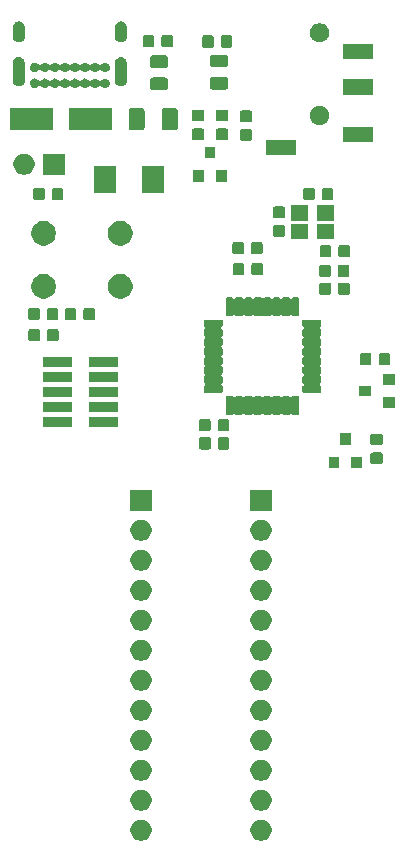
<source format=gbr>
G04 #@! TF.GenerationSoftware,KiCad,Pcbnew,5.1.5*
G04 #@! TF.CreationDate,2020-02-17T14:33:41-05:00*
G04 #@! TF.ProjectId,stm32,73746d33-322e-46b6-9963-61645f706362,B*
G04 #@! TF.SameCoordinates,Original*
G04 #@! TF.FileFunction,Soldermask,Top*
G04 #@! TF.FilePolarity,Negative*
%FSLAX46Y46*%
G04 Gerber Fmt 4.6, Leading zero omitted, Abs format (unit mm)*
G04 Created by KiCad (PCBNEW 5.1.5) date 2020-02-17 14:33:41*
%MOMM*%
%LPD*%
G04 APERTURE LIST*
%ADD10C,0.100000*%
G04 APERTURE END LIST*
D10*
G36*
X132828512Y-128643927D02*
G01*
X132977812Y-128673624D01*
X133141784Y-128741544D01*
X133289354Y-128840147D01*
X133414853Y-128965646D01*
X133513456Y-129113216D01*
X133581376Y-129277188D01*
X133616000Y-129451259D01*
X133616000Y-129628741D01*
X133581376Y-129802812D01*
X133513456Y-129966784D01*
X133414853Y-130114354D01*
X133289354Y-130239853D01*
X133141784Y-130338456D01*
X132977812Y-130406376D01*
X132828512Y-130436073D01*
X132803742Y-130441000D01*
X132626258Y-130441000D01*
X132601488Y-130436073D01*
X132452188Y-130406376D01*
X132288216Y-130338456D01*
X132140646Y-130239853D01*
X132015147Y-130114354D01*
X131916544Y-129966784D01*
X131848624Y-129802812D01*
X131814000Y-129628741D01*
X131814000Y-129451259D01*
X131848624Y-129277188D01*
X131916544Y-129113216D01*
X132015147Y-128965646D01*
X132140646Y-128840147D01*
X132288216Y-128741544D01*
X132452188Y-128673624D01*
X132601488Y-128643927D01*
X132626258Y-128639000D01*
X132803742Y-128639000D01*
X132828512Y-128643927D01*
G37*
G36*
X122668512Y-128643927D02*
G01*
X122817812Y-128673624D01*
X122981784Y-128741544D01*
X123129354Y-128840147D01*
X123254853Y-128965646D01*
X123353456Y-129113216D01*
X123421376Y-129277188D01*
X123456000Y-129451259D01*
X123456000Y-129628741D01*
X123421376Y-129802812D01*
X123353456Y-129966784D01*
X123254853Y-130114354D01*
X123129354Y-130239853D01*
X122981784Y-130338456D01*
X122817812Y-130406376D01*
X122668512Y-130436073D01*
X122643742Y-130441000D01*
X122466258Y-130441000D01*
X122441488Y-130436073D01*
X122292188Y-130406376D01*
X122128216Y-130338456D01*
X121980646Y-130239853D01*
X121855147Y-130114354D01*
X121756544Y-129966784D01*
X121688624Y-129802812D01*
X121654000Y-129628741D01*
X121654000Y-129451259D01*
X121688624Y-129277188D01*
X121756544Y-129113216D01*
X121855147Y-128965646D01*
X121980646Y-128840147D01*
X122128216Y-128741544D01*
X122292188Y-128673624D01*
X122441488Y-128643927D01*
X122466258Y-128639000D01*
X122643742Y-128639000D01*
X122668512Y-128643927D01*
G37*
G36*
X122668512Y-126103927D02*
G01*
X122817812Y-126133624D01*
X122981784Y-126201544D01*
X123129354Y-126300147D01*
X123254853Y-126425646D01*
X123353456Y-126573216D01*
X123421376Y-126737188D01*
X123456000Y-126911259D01*
X123456000Y-127088741D01*
X123421376Y-127262812D01*
X123353456Y-127426784D01*
X123254853Y-127574354D01*
X123129354Y-127699853D01*
X122981784Y-127798456D01*
X122817812Y-127866376D01*
X122668512Y-127896073D01*
X122643742Y-127901000D01*
X122466258Y-127901000D01*
X122441488Y-127896073D01*
X122292188Y-127866376D01*
X122128216Y-127798456D01*
X121980646Y-127699853D01*
X121855147Y-127574354D01*
X121756544Y-127426784D01*
X121688624Y-127262812D01*
X121654000Y-127088741D01*
X121654000Y-126911259D01*
X121688624Y-126737188D01*
X121756544Y-126573216D01*
X121855147Y-126425646D01*
X121980646Y-126300147D01*
X122128216Y-126201544D01*
X122292188Y-126133624D01*
X122441488Y-126103927D01*
X122466258Y-126099000D01*
X122643742Y-126099000D01*
X122668512Y-126103927D01*
G37*
G36*
X132828512Y-126103927D02*
G01*
X132977812Y-126133624D01*
X133141784Y-126201544D01*
X133289354Y-126300147D01*
X133414853Y-126425646D01*
X133513456Y-126573216D01*
X133581376Y-126737188D01*
X133616000Y-126911259D01*
X133616000Y-127088741D01*
X133581376Y-127262812D01*
X133513456Y-127426784D01*
X133414853Y-127574354D01*
X133289354Y-127699853D01*
X133141784Y-127798456D01*
X132977812Y-127866376D01*
X132828512Y-127896073D01*
X132803742Y-127901000D01*
X132626258Y-127901000D01*
X132601488Y-127896073D01*
X132452188Y-127866376D01*
X132288216Y-127798456D01*
X132140646Y-127699853D01*
X132015147Y-127574354D01*
X131916544Y-127426784D01*
X131848624Y-127262812D01*
X131814000Y-127088741D01*
X131814000Y-126911259D01*
X131848624Y-126737188D01*
X131916544Y-126573216D01*
X132015147Y-126425646D01*
X132140646Y-126300147D01*
X132288216Y-126201544D01*
X132452188Y-126133624D01*
X132601488Y-126103927D01*
X132626258Y-126099000D01*
X132803742Y-126099000D01*
X132828512Y-126103927D01*
G37*
G36*
X122668512Y-123563927D02*
G01*
X122817812Y-123593624D01*
X122981784Y-123661544D01*
X123129354Y-123760147D01*
X123254853Y-123885646D01*
X123353456Y-124033216D01*
X123421376Y-124197188D01*
X123456000Y-124371259D01*
X123456000Y-124548741D01*
X123421376Y-124722812D01*
X123353456Y-124886784D01*
X123254853Y-125034354D01*
X123129354Y-125159853D01*
X122981784Y-125258456D01*
X122817812Y-125326376D01*
X122668512Y-125356073D01*
X122643742Y-125361000D01*
X122466258Y-125361000D01*
X122441488Y-125356073D01*
X122292188Y-125326376D01*
X122128216Y-125258456D01*
X121980646Y-125159853D01*
X121855147Y-125034354D01*
X121756544Y-124886784D01*
X121688624Y-124722812D01*
X121654000Y-124548741D01*
X121654000Y-124371259D01*
X121688624Y-124197188D01*
X121756544Y-124033216D01*
X121855147Y-123885646D01*
X121980646Y-123760147D01*
X122128216Y-123661544D01*
X122292188Y-123593624D01*
X122441488Y-123563927D01*
X122466258Y-123559000D01*
X122643742Y-123559000D01*
X122668512Y-123563927D01*
G37*
G36*
X132828512Y-123563927D02*
G01*
X132977812Y-123593624D01*
X133141784Y-123661544D01*
X133289354Y-123760147D01*
X133414853Y-123885646D01*
X133513456Y-124033216D01*
X133581376Y-124197188D01*
X133616000Y-124371259D01*
X133616000Y-124548741D01*
X133581376Y-124722812D01*
X133513456Y-124886784D01*
X133414853Y-125034354D01*
X133289354Y-125159853D01*
X133141784Y-125258456D01*
X132977812Y-125326376D01*
X132828512Y-125356073D01*
X132803742Y-125361000D01*
X132626258Y-125361000D01*
X132601488Y-125356073D01*
X132452188Y-125326376D01*
X132288216Y-125258456D01*
X132140646Y-125159853D01*
X132015147Y-125034354D01*
X131916544Y-124886784D01*
X131848624Y-124722812D01*
X131814000Y-124548741D01*
X131814000Y-124371259D01*
X131848624Y-124197188D01*
X131916544Y-124033216D01*
X132015147Y-123885646D01*
X132140646Y-123760147D01*
X132288216Y-123661544D01*
X132452188Y-123593624D01*
X132601488Y-123563927D01*
X132626258Y-123559000D01*
X132803742Y-123559000D01*
X132828512Y-123563927D01*
G37*
G36*
X132828512Y-121023927D02*
G01*
X132977812Y-121053624D01*
X133141784Y-121121544D01*
X133289354Y-121220147D01*
X133414853Y-121345646D01*
X133513456Y-121493216D01*
X133581376Y-121657188D01*
X133616000Y-121831259D01*
X133616000Y-122008741D01*
X133581376Y-122182812D01*
X133513456Y-122346784D01*
X133414853Y-122494354D01*
X133289354Y-122619853D01*
X133141784Y-122718456D01*
X132977812Y-122786376D01*
X132828512Y-122816073D01*
X132803742Y-122821000D01*
X132626258Y-122821000D01*
X132601488Y-122816073D01*
X132452188Y-122786376D01*
X132288216Y-122718456D01*
X132140646Y-122619853D01*
X132015147Y-122494354D01*
X131916544Y-122346784D01*
X131848624Y-122182812D01*
X131814000Y-122008741D01*
X131814000Y-121831259D01*
X131848624Y-121657188D01*
X131916544Y-121493216D01*
X132015147Y-121345646D01*
X132140646Y-121220147D01*
X132288216Y-121121544D01*
X132452188Y-121053624D01*
X132601488Y-121023927D01*
X132626258Y-121019000D01*
X132803742Y-121019000D01*
X132828512Y-121023927D01*
G37*
G36*
X122668512Y-121023927D02*
G01*
X122817812Y-121053624D01*
X122981784Y-121121544D01*
X123129354Y-121220147D01*
X123254853Y-121345646D01*
X123353456Y-121493216D01*
X123421376Y-121657188D01*
X123456000Y-121831259D01*
X123456000Y-122008741D01*
X123421376Y-122182812D01*
X123353456Y-122346784D01*
X123254853Y-122494354D01*
X123129354Y-122619853D01*
X122981784Y-122718456D01*
X122817812Y-122786376D01*
X122668512Y-122816073D01*
X122643742Y-122821000D01*
X122466258Y-122821000D01*
X122441488Y-122816073D01*
X122292188Y-122786376D01*
X122128216Y-122718456D01*
X121980646Y-122619853D01*
X121855147Y-122494354D01*
X121756544Y-122346784D01*
X121688624Y-122182812D01*
X121654000Y-122008741D01*
X121654000Y-121831259D01*
X121688624Y-121657188D01*
X121756544Y-121493216D01*
X121855147Y-121345646D01*
X121980646Y-121220147D01*
X122128216Y-121121544D01*
X122292188Y-121053624D01*
X122441488Y-121023927D01*
X122466258Y-121019000D01*
X122643742Y-121019000D01*
X122668512Y-121023927D01*
G37*
G36*
X122668512Y-118483927D02*
G01*
X122817812Y-118513624D01*
X122981784Y-118581544D01*
X123129354Y-118680147D01*
X123254853Y-118805646D01*
X123353456Y-118953216D01*
X123421376Y-119117188D01*
X123456000Y-119291259D01*
X123456000Y-119468741D01*
X123421376Y-119642812D01*
X123353456Y-119806784D01*
X123254853Y-119954354D01*
X123129354Y-120079853D01*
X122981784Y-120178456D01*
X122817812Y-120246376D01*
X122668512Y-120276073D01*
X122643742Y-120281000D01*
X122466258Y-120281000D01*
X122441488Y-120276073D01*
X122292188Y-120246376D01*
X122128216Y-120178456D01*
X121980646Y-120079853D01*
X121855147Y-119954354D01*
X121756544Y-119806784D01*
X121688624Y-119642812D01*
X121654000Y-119468741D01*
X121654000Y-119291259D01*
X121688624Y-119117188D01*
X121756544Y-118953216D01*
X121855147Y-118805646D01*
X121980646Y-118680147D01*
X122128216Y-118581544D01*
X122292188Y-118513624D01*
X122441488Y-118483927D01*
X122466258Y-118479000D01*
X122643742Y-118479000D01*
X122668512Y-118483927D01*
G37*
G36*
X132828512Y-118483927D02*
G01*
X132977812Y-118513624D01*
X133141784Y-118581544D01*
X133289354Y-118680147D01*
X133414853Y-118805646D01*
X133513456Y-118953216D01*
X133581376Y-119117188D01*
X133616000Y-119291259D01*
X133616000Y-119468741D01*
X133581376Y-119642812D01*
X133513456Y-119806784D01*
X133414853Y-119954354D01*
X133289354Y-120079853D01*
X133141784Y-120178456D01*
X132977812Y-120246376D01*
X132828512Y-120276073D01*
X132803742Y-120281000D01*
X132626258Y-120281000D01*
X132601488Y-120276073D01*
X132452188Y-120246376D01*
X132288216Y-120178456D01*
X132140646Y-120079853D01*
X132015147Y-119954354D01*
X131916544Y-119806784D01*
X131848624Y-119642812D01*
X131814000Y-119468741D01*
X131814000Y-119291259D01*
X131848624Y-119117188D01*
X131916544Y-118953216D01*
X132015147Y-118805646D01*
X132140646Y-118680147D01*
X132288216Y-118581544D01*
X132452188Y-118513624D01*
X132601488Y-118483927D01*
X132626258Y-118479000D01*
X132803742Y-118479000D01*
X132828512Y-118483927D01*
G37*
G36*
X122668512Y-115943927D02*
G01*
X122817812Y-115973624D01*
X122981784Y-116041544D01*
X123129354Y-116140147D01*
X123254853Y-116265646D01*
X123353456Y-116413216D01*
X123421376Y-116577188D01*
X123456000Y-116751259D01*
X123456000Y-116928741D01*
X123421376Y-117102812D01*
X123353456Y-117266784D01*
X123254853Y-117414354D01*
X123129354Y-117539853D01*
X122981784Y-117638456D01*
X122817812Y-117706376D01*
X122668512Y-117736073D01*
X122643742Y-117741000D01*
X122466258Y-117741000D01*
X122441488Y-117736073D01*
X122292188Y-117706376D01*
X122128216Y-117638456D01*
X121980646Y-117539853D01*
X121855147Y-117414354D01*
X121756544Y-117266784D01*
X121688624Y-117102812D01*
X121654000Y-116928741D01*
X121654000Y-116751259D01*
X121688624Y-116577188D01*
X121756544Y-116413216D01*
X121855147Y-116265646D01*
X121980646Y-116140147D01*
X122128216Y-116041544D01*
X122292188Y-115973624D01*
X122441488Y-115943927D01*
X122466258Y-115939000D01*
X122643742Y-115939000D01*
X122668512Y-115943927D01*
G37*
G36*
X132828512Y-115943927D02*
G01*
X132977812Y-115973624D01*
X133141784Y-116041544D01*
X133289354Y-116140147D01*
X133414853Y-116265646D01*
X133513456Y-116413216D01*
X133581376Y-116577188D01*
X133616000Y-116751259D01*
X133616000Y-116928741D01*
X133581376Y-117102812D01*
X133513456Y-117266784D01*
X133414853Y-117414354D01*
X133289354Y-117539853D01*
X133141784Y-117638456D01*
X132977812Y-117706376D01*
X132828512Y-117736073D01*
X132803742Y-117741000D01*
X132626258Y-117741000D01*
X132601488Y-117736073D01*
X132452188Y-117706376D01*
X132288216Y-117638456D01*
X132140646Y-117539853D01*
X132015147Y-117414354D01*
X131916544Y-117266784D01*
X131848624Y-117102812D01*
X131814000Y-116928741D01*
X131814000Y-116751259D01*
X131848624Y-116577188D01*
X131916544Y-116413216D01*
X132015147Y-116265646D01*
X132140646Y-116140147D01*
X132288216Y-116041544D01*
X132452188Y-115973624D01*
X132601488Y-115943927D01*
X132626258Y-115939000D01*
X132803742Y-115939000D01*
X132828512Y-115943927D01*
G37*
G36*
X122668512Y-113403927D02*
G01*
X122817812Y-113433624D01*
X122981784Y-113501544D01*
X123129354Y-113600147D01*
X123254853Y-113725646D01*
X123353456Y-113873216D01*
X123421376Y-114037188D01*
X123456000Y-114211259D01*
X123456000Y-114388741D01*
X123421376Y-114562812D01*
X123353456Y-114726784D01*
X123254853Y-114874354D01*
X123129354Y-114999853D01*
X122981784Y-115098456D01*
X122817812Y-115166376D01*
X122668512Y-115196073D01*
X122643742Y-115201000D01*
X122466258Y-115201000D01*
X122441488Y-115196073D01*
X122292188Y-115166376D01*
X122128216Y-115098456D01*
X121980646Y-114999853D01*
X121855147Y-114874354D01*
X121756544Y-114726784D01*
X121688624Y-114562812D01*
X121654000Y-114388741D01*
X121654000Y-114211259D01*
X121688624Y-114037188D01*
X121756544Y-113873216D01*
X121855147Y-113725646D01*
X121980646Y-113600147D01*
X122128216Y-113501544D01*
X122292188Y-113433624D01*
X122441488Y-113403927D01*
X122466258Y-113399000D01*
X122643742Y-113399000D01*
X122668512Y-113403927D01*
G37*
G36*
X132828512Y-113403927D02*
G01*
X132977812Y-113433624D01*
X133141784Y-113501544D01*
X133289354Y-113600147D01*
X133414853Y-113725646D01*
X133513456Y-113873216D01*
X133581376Y-114037188D01*
X133616000Y-114211259D01*
X133616000Y-114388741D01*
X133581376Y-114562812D01*
X133513456Y-114726784D01*
X133414853Y-114874354D01*
X133289354Y-114999853D01*
X133141784Y-115098456D01*
X132977812Y-115166376D01*
X132828512Y-115196073D01*
X132803742Y-115201000D01*
X132626258Y-115201000D01*
X132601488Y-115196073D01*
X132452188Y-115166376D01*
X132288216Y-115098456D01*
X132140646Y-114999853D01*
X132015147Y-114874354D01*
X131916544Y-114726784D01*
X131848624Y-114562812D01*
X131814000Y-114388741D01*
X131814000Y-114211259D01*
X131848624Y-114037188D01*
X131916544Y-113873216D01*
X132015147Y-113725646D01*
X132140646Y-113600147D01*
X132288216Y-113501544D01*
X132452188Y-113433624D01*
X132601488Y-113403927D01*
X132626258Y-113399000D01*
X132803742Y-113399000D01*
X132828512Y-113403927D01*
G37*
G36*
X122668512Y-110863927D02*
G01*
X122817812Y-110893624D01*
X122981784Y-110961544D01*
X123129354Y-111060147D01*
X123254853Y-111185646D01*
X123353456Y-111333216D01*
X123421376Y-111497188D01*
X123456000Y-111671259D01*
X123456000Y-111848741D01*
X123421376Y-112022812D01*
X123353456Y-112186784D01*
X123254853Y-112334354D01*
X123129354Y-112459853D01*
X122981784Y-112558456D01*
X122817812Y-112626376D01*
X122668512Y-112656073D01*
X122643742Y-112661000D01*
X122466258Y-112661000D01*
X122441488Y-112656073D01*
X122292188Y-112626376D01*
X122128216Y-112558456D01*
X121980646Y-112459853D01*
X121855147Y-112334354D01*
X121756544Y-112186784D01*
X121688624Y-112022812D01*
X121654000Y-111848741D01*
X121654000Y-111671259D01*
X121688624Y-111497188D01*
X121756544Y-111333216D01*
X121855147Y-111185646D01*
X121980646Y-111060147D01*
X122128216Y-110961544D01*
X122292188Y-110893624D01*
X122441488Y-110863927D01*
X122466258Y-110859000D01*
X122643742Y-110859000D01*
X122668512Y-110863927D01*
G37*
G36*
X132828512Y-110863927D02*
G01*
X132977812Y-110893624D01*
X133141784Y-110961544D01*
X133289354Y-111060147D01*
X133414853Y-111185646D01*
X133513456Y-111333216D01*
X133581376Y-111497188D01*
X133616000Y-111671259D01*
X133616000Y-111848741D01*
X133581376Y-112022812D01*
X133513456Y-112186784D01*
X133414853Y-112334354D01*
X133289354Y-112459853D01*
X133141784Y-112558456D01*
X132977812Y-112626376D01*
X132828512Y-112656073D01*
X132803742Y-112661000D01*
X132626258Y-112661000D01*
X132601488Y-112656073D01*
X132452188Y-112626376D01*
X132288216Y-112558456D01*
X132140646Y-112459853D01*
X132015147Y-112334354D01*
X131916544Y-112186784D01*
X131848624Y-112022812D01*
X131814000Y-111848741D01*
X131814000Y-111671259D01*
X131848624Y-111497188D01*
X131916544Y-111333216D01*
X132015147Y-111185646D01*
X132140646Y-111060147D01*
X132288216Y-110961544D01*
X132452188Y-110893624D01*
X132601488Y-110863927D01*
X132626258Y-110859000D01*
X132803742Y-110859000D01*
X132828512Y-110863927D01*
G37*
G36*
X132828512Y-108323927D02*
G01*
X132977812Y-108353624D01*
X133141784Y-108421544D01*
X133289354Y-108520147D01*
X133414853Y-108645646D01*
X133513456Y-108793216D01*
X133581376Y-108957188D01*
X133616000Y-109131259D01*
X133616000Y-109308741D01*
X133581376Y-109482812D01*
X133513456Y-109646784D01*
X133414853Y-109794354D01*
X133289354Y-109919853D01*
X133141784Y-110018456D01*
X132977812Y-110086376D01*
X132828512Y-110116073D01*
X132803742Y-110121000D01*
X132626258Y-110121000D01*
X132601488Y-110116073D01*
X132452188Y-110086376D01*
X132288216Y-110018456D01*
X132140646Y-109919853D01*
X132015147Y-109794354D01*
X131916544Y-109646784D01*
X131848624Y-109482812D01*
X131814000Y-109308741D01*
X131814000Y-109131259D01*
X131848624Y-108957188D01*
X131916544Y-108793216D01*
X132015147Y-108645646D01*
X132140646Y-108520147D01*
X132288216Y-108421544D01*
X132452188Y-108353624D01*
X132601488Y-108323927D01*
X132626258Y-108319000D01*
X132803742Y-108319000D01*
X132828512Y-108323927D01*
G37*
G36*
X122668512Y-108323927D02*
G01*
X122817812Y-108353624D01*
X122981784Y-108421544D01*
X123129354Y-108520147D01*
X123254853Y-108645646D01*
X123353456Y-108793216D01*
X123421376Y-108957188D01*
X123456000Y-109131259D01*
X123456000Y-109308741D01*
X123421376Y-109482812D01*
X123353456Y-109646784D01*
X123254853Y-109794354D01*
X123129354Y-109919853D01*
X122981784Y-110018456D01*
X122817812Y-110086376D01*
X122668512Y-110116073D01*
X122643742Y-110121000D01*
X122466258Y-110121000D01*
X122441488Y-110116073D01*
X122292188Y-110086376D01*
X122128216Y-110018456D01*
X121980646Y-109919853D01*
X121855147Y-109794354D01*
X121756544Y-109646784D01*
X121688624Y-109482812D01*
X121654000Y-109308741D01*
X121654000Y-109131259D01*
X121688624Y-108957188D01*
X121756544Y-108793216D01*
X121855147Y-108645646D01*
X121980646Y-108520147D01*
X122128216Y-108421544D01*
X122292188Y-108353624D01*
X122441488Y-108323927D01*
X122466258Y-108319000D01*
X122643742Y-108319000D01*
X122668512Y-108323927D01*
G37*
G36*
X122668512Y-105783927D02*
G01*
X122817812Y-105813624D01*
X122981784Y-105881544D01*
X123129354Y-105980147D01*
X123254853Y-106105646D01*
X123353456Y-106253216D01*
X123421376Y-106417188D01*
X123456000Y-106591259D01*
X123456000Y-106768741D01*
X123421376Y-106942812D01*
X123353456Y-107106784D01*
X123254853Y-107254354D01*
X123129354Y-107379853D01*
X122981784Y-107478456D01*
X122817812Y-107546376D01*
X122668512Y-107576073D01*
X122643742Y-107581000D01*
X122466258Y-107581000D01*
X122441488Y-107576073D01*
X122292188Y-107546376D01*
X122128216Y-107478456D01*
X121980646Y-107379853D01*
X121855147Y-107254354D01*
X121756544Y-107106784D01*
X121688624Y-106942812D01*
X121654000Y-106768741D01*
X121654000Y-106591259D01*
X121688624Y-106417188D01*
X121756544Y-106253216D01*
X121855147Y-106105646D01*
X121980646Y-105980147D01*
X122128216Y-105881544D01*
X122292188Y-105813624D01*
X122441488Y-105783927D01*
X122466258Y-105779000D01*
X122643742Y-105779000D01*
X122668512Y-105783927D01*
G37*
G36*
X132828512Y-105783927D02*
G01*
X132977812Y-105813624D01*
X133141784Y-105881544D01*
X133289354Y-105980147D01*
X133414853Y-106105646D01*
X133513456Y-106253216D01*
X133581376Y-106417188D01*
X133616000Y-106591259D01*
X133616000Y-106768741D01*
X133581376Y-106942812D01*
X133513456Y-107106784D01*
X133414853Y-107254354D01*
X133289354Y-107379853D01*
X133141784Y-107478456D01*
X132977812Y-107546376D01*
X132828512Y-107576073D01*
X132803742Y-107581000D01*
X132626258Y-107581000D01*
X132601488Y-107576073D01*
X132452188Y-107546376D01*
X132288216Y-107478456D01*
X132140646Y-107379853D01*
X132015147Y-107254354D01*
X131916544Y-107106784D01*
X131848624Y-106942812D01*
X131814000Y-106768741D01*
X131814000Y-106591259D01*
X131848624Y-106417188D01*
X131916544Y-106253216D01*
X132015147Y-106105646D01*
X132140646Y-105980147D01*
X132288216Y-105881544D01*
X132452188Y-105813624D01*
X132601488Y-105783927D01*
X132626258Y-105779000D01*
X132803742Y-105779000D01*
X132828512Y-105783927D01*
G37*
G36*
X132828512Y-103243927D02*
G01*
X132977812Y-103273624D01*
X133141784Y-103341544D01*
X133289354Y-103440147D01*
X133414853Y-103565646D01*
X133513456Y-103713216D01*
X133581376Y-103877188D01*
X133616000Y-104051259D01*
X133616000Y-104228741D01*
X133581376Y-104402812D01*
X133513456Y-104566784D01*
X133414853Y-104714354D01*
X133289354Y-104839853D01*
X133141784Y-104938456D01*
X132977812Y-105006376D01*
X132828512Y-105036073D01*
X132803742Y-105041000D01*
X132626258Y-105041000D01*
X132601488Y-105036073D01*
X132452188Y-105006376D01*
X132288216Y-104938456D01*
X132140646Y-104839853D01*
X132015147Y-104714354D01*
X131916544Y-104566784D01*
X131848624Y-104402812D01*
X131814000Y-104228741D01*
X131814000Y-104051259D01*
X131848624Y-103877188D01*
X131916544Y-103713216D01*
X132015147Y-103565646D01*
X132140646Y-103440147D01*
X132288216Y-103341544D01*
X132452188Y-103273624D01*
X132601488Y-103243927D01*
X132626258Y-103239000D01*
X132803742Y-103239000D01*
X132828512Y-103243927D01*
G37*
G36*
X122668512Y-103243927D02*
G01*
X122817812Y-103273624D01*
X122981784Y-103341544D01*
X123129354Y-103440147D01*
X123254853Y-103565646D01*
X123353456Y-103713216D01*
X123421376Y-103877188D01*
X123456000Y-104051259D01*
X123456000Y-104228741D01*
X123421376Y-104402812D01*
X123353456Y-104566784D01*
X123254853Y-104714354D01*
X123129354Y-104839853D01*
X122981784Y-104938456D01*
X122817812Y-105006376D01*
X122668512Y-105036073D01*
X122643742Y-105041000D01*
X122466258Y-105041000D01*
X122441488Y-105036073D01*
X122292188Y-105006376D01*
X122128216Y-104938456D01*
X121980646Y-104839853D01*
X121855147Y-104714354D01*
X121756544Y-104566784D01*
X121688624Y-104402812D01*
X121654000Y-104228741D01*
X121654000Y-104051259D01*
X121688624Y-103877188D01*
X121756544Y-103713216D01*
X121855147Y-103565646D01*
X121980646Y-103440147D01*
X122128216Y-103341544D01*
X122292188Y-103273624D01*
X122441488Y-103243927D01*
X122466258Y-103239000D01*
X122643742Y-103239000D01*
X122668512Y-103243927D01*
G37*
G36*
X123456000Y-102501000D02*
G01*
X121654000Y-102501000D01*
X121654000Y-100699000D01*
X123456000Y-100699000D01*
X123456000Y-102501000D01*
G37*
G36*
X133616000Y-102501000D02*
G01*
X131814000Y-102501000D01*
X131814000Y-100699000D01*
X133616000Y-100699000D01*
X133616000Y-102501000D01*
G37*
G36*
X141252001Y-98902999D02*
G01*
X140350001Y-98902999D01*
X140350001Y-97900999D01*
X141252001Y-97900999D01*
X141252001Y-98902999D01*
G37*
G36*
X139352001Y-98902999D02*
G01*
X138450001Y-98902999D01*
X138450001Y-97900999D01*
X139352001Y-97900999D01*
X139352001Y-98902999D01*
G37*
G36*
X142873591Y-97559585D02*
G01*
X142907569Y-97569893D01*
X142938890Y-97586634D01*
X142966339Y-97609161D01*
X142988866Y-97636610D01*
X143005607Y-97667931D01*
X143015915Y-97701909D01*
X143020000Y-97743390D01*
X143020000Y-98344610D01*
X143015915Y-98386091D01*
X143005607Y-98420069D01*
X142988866Y-98451390D01*
X142966339Y-98478839D01*
X142938890Y-98501366D01*
X142907569Y-98518107D01*
X142873591Y-98528415D01*
X142832110Y-98532500D01*
X142155890Y-98532500D01*
X142114409Y-98528415D01*
X142080431Y-98518107D01*
X142049110Y-98501366D01*
X142021661Y-98478839D01*
X141999134Y-98451390D01*
X141982393Y-98420069D01*
X141972085Y-98386091D01*
X141968000Y-98344610D01*
X141968000Y-97743390D01*
X141972085Y-97701909D01*
X141982393Y-97667931D01*
X141999134Y-97636610D01*
X142021661Y-97609161D01*
X142049110Y-97586634D01*
X142080431Y-97569893D01*
X142114409Y-97559585D01*
X142155890Y-97555500D01*
X142832110Y-97555500D01*
X142873591Y-97559585D01*
G37*
G36*
X129882091Y-96259084D02*
G01*
X129916069Y-96269392D01*
X129947390Y-96286133D01*
X129974839Y-96308660D01*
X129997366Y-96336109D01*
X130014107Y-96367430D01*
X130024415Y-96401408D01*
X130028500Y-96442889D01*
X130028500Y-97119109D01*
X130024415Y-97160590D01*
X130014107Y-97194568D01*
X129997366Y-97225889D01*
X129974839Y-97253338D01*
X129947390Y-97275865D01*
X129916069Y-97292606D01*
X129882091Y-97302914D01*
X129840610Y-97306999D01*
X129239390Y-97306999D01*
X129197909Y-97302914D01*
X129163931Y-97292606D01*
X129132610Y-97275865D01*
X129105161Y-97253338D01*
X129082634Y-97225889D01*
X129065893Y-97194568D01*
X129055585Y-97160590D01*
X129051500Y-97119109D01*
X129051500Y-96442889D01*
X129055585Y-96401408D01*
X129065893Y-96367430D01*
X129082634Y-96336109D01*
X129105161Y-96308660D01*
X129132610Y-96286133D01*
X129163931Y-96269392D01*
X129197909Y-96259084D01*
X129239390Y-96254999D01*
X129840610Y-96254999D01*
X129882091Y-96259084D01*
G37*
G36*
X128307091Y-96259084D02*
G01*
X128341069Y-96269392D01*
X128372390Y-96286133D01*
X128399839Y-96308660D01*
X128422366Y-96336109D01*
X128439107Y-96367430D01*
X128449415Y-96401408D01*
X128453500Y-96442889D01*
X128453500Y-97119109D01*
X128449415Y-97160590D01*
X128439107Y-97194568D01*
X128422366Y-97225889D01*
X128399839Y-97253338D01*
X128372390Y-97275865D01*
X128341069Y-97292606D01*
X128307091Y-97302914D01*
X128265610Y-97306999D01*
X127664390Y-97306999D01*
X127622909Y-97302914D01*
X127588931Y-97292606D01*
X127557610Y-97275865D01*
X127530161Y-97253338D01*
X127507634Y-97225889D01*
X127490893Y-97194568D01*
X127480585Y-97160590D01*
X127476500Y-97119109D01*
X127476500Y-96442889D01*
X127480585Y-96401408D01*
X127490893Y-96367430D01*
X127507634Y-96336109D01*
X127530161Y-96308660D01*
X127557610Y-96286133D01*
X127588931Y-96269392D01*
X127622909Y-96259084D01*
X127664390Y-96254999D01*
X128265610Y-96254999D01*
X128307091Y-96259084D01*
G37*
G36*
X142873591Y-95984585D02*
G01*
X142907569Y-95994893D01*
X142938890Y-96011634D01*
X142966339Y-96034161D01*
X142988866Y-96061610D01*
X143005607Y-96092931D01*
X143015915Y-96126909D01*
X143020000Y-96168390D01*
X143020000Y-96769610D01*
X143015915Y-96811091D01*
X143005607Y-96845069D01*
X142988866Y-96876390D01*
X142966339Y-96903839D01*
X142938890Y-96926366D01*
X142907569Y-96943107D01*
X142873591Y-96953415D01*
X142832110Y-96957500D01*
X142155890Y-96957500D01*
X142114409Y-96953415D01*
X142080431Y-96943107D01*
X142049110Y-96926366D01*
X142021661Y-96903839D01*
X141999134Y-96876390D01*
X141982393Y-96845069D01*
X141972085Y-96811091D01*
X141968000Y-96769610D01*
X141968000Y-96168390D01*
X141972085Y-96126909D01*
X141982393Y-96092931D01*
X141999134Y-96061610D01*
X142021661Y-96034161D01*
X142049110Y-96011634D01*
X142080431Y-95994893D01*
X142114409Y-95984585D01*
X142155890Y-95980500D01*
X142832110Y-95980500D01*
X142873591Y-95984585D01*
G37*
G36*
X140302001Y-96902999D02*
G01*
X139400001Y-96902999D01*
X139400001Y-95900999D01*
X140302001Y-95900999D01*
X140302001Y-96902999D01*
G37*
G36*
X128294591Y-94728085D02*
G01*
X128328569Y-94738393D01*
X128359890Y-94755134D01*
X128387339Y-94777661D01*
X128409866Y-94805110D01*
X128426607Y-94836431D01*
X128436915Y-94870409D01*
X128441000Y-94911890D01*
X128441000Y-95588110D01*
X128436915Y-95629591D01*
X128426607Y-95663569D01*
X128409866Y-95694890D01*
X128387339Y-95722339D01*
X128359890Y-95744866D01*
X128328569Y-95761607D01*
X128294591Y-95771915D01*
X128253110Y-95776000D01*
X127651890Y-95776000D01*
X127610409Y-95771915D01*
X127576431Y-95761607D01*
X127545110Y-95744866D01*
X127517661Y-95722339D01*
X127495134Y-95694890D01*
X127478393Y-95663569D01*
X127468085Y-95629591D01*
X127464000Y-95588110D01*
X127464000Y-94911890D01*
X127468085Y-94870409D01*
X127478393Y-94836431D01*
X127495134Y-94805110D01*
X127517661Y-94777661D01*
X127545110Y-94755134D01*
X127576431Y-94738393D01*
X127610409Y-94728085D01*
X127651890Y-94724000D01*
X128253110Y-94724000D01*
X128294591Y-94728085D01*
G37*
G36*
X129869591Y-94728085D02*
G01*
X129903569Y-94738393D01*
X129934890Y-94755134D01*
X129962339Y-94777661D01*
X129984866Y-94805110D01*
X130001607Y-94836431D01*
X130011915Y-94870409D01*
X130016000Y-94911890D01*
X130016000Y-95588110D01*
X130011915Y-95629591D01*
X130001607Y-95663569D01*
X129984866Y-95694890D01*
X129962339Y-95722339D01*
X129934890Y-95744866D01*
X129903569Y-95761607D01*
X129869591Y-95771915D01*
X129828110Y-95776000D01*
X129226890Y-95776000D01*
X129185409Y-95771915D01*
X129151431Y-95761607D01*
X129120110Y-95744866D01*
X129092661Y-95722339D01*
X129070134Y-95694890D01*
X129053393Y-95663569D01*
X129043085Y-95629591D01*
X129039000Y-95588110D01*
X129039000Y-94911890D01*
X129043085Y-94870409D01*
X129053393Y-94836431D01*
X129070134Y-94805110D01*
X129092661Y-94777661D01*
X129120110Y-94755134D01*
X129151431Y-94738393D01*
X129185409Y-94728085D01*
X129226890Y-94724000D01*
X129828110Y-94724000D01*
X129869591Y-94728085D01*
G37*
G36*
X116731000Y-95417000D02*
G01*
X114229000Y-95417000D01*
X114229000Y-94575000D01*
X116731000Y-94575000D01*
X116731000Y-95417000D01*
G37*
G36*
X120631000Y-95417000D02*
G01*
X118129000Y-95417000D01*
X118129000Y-94575000D01*
X120631000Y-94575000D01*
X120631000Y-95417000D01*
G37*
G36*
X130272051Y-92784284D02*
G01*
X130288443Y-92789257D01*
X130303555Y-92797334D01*
X130316798Y-92808202D01*
X130327667Y-92821447D01*
X130331761Y-92829106D01*
X130345374Y-92849480D01*
X130362701Y-92866807D01*
X130383076Y-92880421D01*
X130405714Y-92889798D01*
X130429748Y-92894579D01*
X130454252Y-92894579D01*
X130478285Y-92889799D01*
X130500924Y-92880421D01*
X130521298Y-92866808D01*
X130538625Y-92849481D01*
X130552239Y-92829106D01*
X130556333Y-92821447D01*
X130567202Y-92808202D01*
X130580445Y-92797334D01*
X130595557Y-92789257D01*
X130611949Y-92784284D01*
X130635141Y-92782000D01*
X131048859Y-92782000D01*
X131072051Y-92784284D01*
X131088443Y-92789257D01*
X131103555Y-92797334D01*
X131116798Y-92808202D01*
X131127667Y-92821447D01*
X131131761Y-92829106D01*
X131145374Y-92849480D01*
X131162701Y-92866807D01*
X131183076Y-92880421D01*
X131205714Y-92889798D01*
X131229748Y-92894579D01*
X131254252Y-92894579D01*
X131278285Y-92889799D01*
X131300924Y-92880421D01*
X131321298Y-92866808D01*
X131338625Y-92849481D01*
X131352239Y-92829106D01*
X131356333Y-92821447D01*
X131367202Y-92808202D01*
X131380445Y-92797334D01*
X131395557Y-92789257D01*
X131411949Y-92784284D01*
X131435141Y-92782000D01*
X131848859Y-92782000D01*
X131872051Y-92784284D01*
X131888443Y-92789257D01*
X131903555Y-92797334D01*
X131916798Y-92808202D01*
X131927667Y-92821447D01*
X131931761Y-92829106D01*
X131945374Y-92849480D01*
X131962701Y-92866807D01*
X131983076Y-92880421D01*
X132005714Y-92889798D01*
X132029748Y-92894579D01*
X132054252Y-92894579D01*
X132078285Y-92889799D01*
X132100924Y-92880421D01*
X132121298Y-92866808D01*
X132138625Y-92849481D01*
X132152239Y-92829106D01*
X132156333Y-92821447D01*
X132167202Y-92808202D01*
X132180445Y-92797334D01*
X132195557Y-92789257D01*
X132211949Y-92784284D01*
X132235141Y-92782000D01*
X132648859Y-92782000D01*
X132672051Y-92784284D01*
X132688443Y-92789257D01*
X132703555Y-92797334D01*
X132716798Y-92808202D01*
X132727667Y-92821447D01*
X132731761Y-92829106D01*
X132745374Y-92849480D01*
X132762701Y-92866807D01*
X132783076Y-92880421D01*
X132805714Y-92889798D01*
X132829748Y-92894579D01*
X132854252Y-92894579D01*
X132878285Y-92889799D01*
X132900924Y-92880421D01*
X132921298Y-92866808D01*
X132938625Y-92849481D01*
X132952239Y-92829106D01*
X132956333Y-92821447D01*
X132967202Y-92808202D01*
X132980445Y-92797334D01*
X132995557Y-92789257D01*
X133011949Y-92784284D01*
X133035141Y-92782000D01*
X133448859Y-92782000D01*
X133472051Y-92784284D01*
X133488443Y-92789257D01*
X133503555Y-92797334D01*
X133516798Y-92808202D01*
X133527667Y-92821447D01*
X133531761Y-92829106D01*
X133545374Y-92849480D01*
X133562701Y-92866807D01*
X133583076Y-92880421D01*
X133605714Y-92889798D01*
X133629748Y-92894579D01*
X133654252Y-92894579D01*
X133678285Y-92889799D01*
X133700924Y-92880421D01*
X133721298Y-92866808D01*
X133738625Y-92849481D01*
X133752239Y-92829106D01*
X133756333Y-92821447D01*
X133767202Y-92808202D01*
X133780445Y-92797334D01*
X133795557Y-92789257D01*
X133811949Y-92784284D01*
X133835141Y-92782000D01*
X134248859Y-92782000D01*
X134272051Y-92784284D01*
X134288443Y-92789257D01*
X134303555Y-92797334D01*
X134316798Y-92808202D01*
X134327667Y-92821447D01*
X134331761Y-92829106D01*
X134345374Y-92849480D01*
X134362701Y-92866807D01*
X134383076Y-92880421D01*
X134405714Y-92889798D01*
X134429748Y-92894579D01*
X134454252Y-92894579D01*
X134478285Y-92889799D01*
X134500924Y-92880421D01*
X134521298Y-92866808D01*
X134538625Y-92849481D01*
X134552239Y-92829106D01*
X134556333Y-92821447D01*
X134567202Y-92808202D01*
X134580445Y-92797334D01*
X134595557Y-92789257D01*
X134611949Y-92784284D01*
X134635141Y-92782000D01*
X135048859Y-92782000D01*
X135072051Y-92784284D01*
X135088443Y-92789257D01*
X135103555Y-92797334D01*
X135116798Y-92808202D01*
X135127667Y-92821447D01*
X135131761Y-92829106D01*
X135145374Y-92849480D01*
X135162701Y-92866807D01*
X135183076Y-92880421D01*
X135205714Y-92889798D01*
X135229748Y-92894579D01*
X135254252Y-92894579D01*
X135278285Y-92889799D01*
X135300924Y-92880421D01*
X135321298Y-92866808D01*
X135338625Y-92849481D01*
X135352239Y-92829106D01*
X135356333Y-92821447D01*
X135367202Y-92808202D01*
X135380445Y-92797334D01*
X135395557Y-92789257D01*
X135411949Y-92784284D01*
X135435141Y-92782000D01*
X135848859Y-92782000D01*
X135872051Y-92784284D01*
X135888443Y-92789257D01*
X135903555Y-92797334D01*
X135916798Y-92808202D01*
X135927666Y-92821445D01*
X135935743Y-92836557D01*
X135940716Y-92852949D01*
X135943000Y-92876141D01*
X135943000Y-94289859D01*
X135940716Y-94313051D01*
X135935743Y-94329443D01*
X135927666Y-94344555D01*
X135916798Y-94357798D01*
X135903555Y-94368666D01*
X135888443Y-94376743D01*
X135872051Y-94381716D01*
X135848859Y-94384000D01*
X135435141Y-94384000D01*
X135411949Y-94381716D01*
X135395557Y-94376743D01*
X135380445Y-94368666D01*
X135367202Y-94357798D01*
X135356333Y-94344553D01*
X135352239Y-94336894D01*
X135338626Y-94316520D01*
X135321299Y-94299193D01*
X135300924Y-94285579D01*
X135278286Y-94276202D01*
X135254252Y-94271421D01*
X135229748Y-94271421D01*
X135205715Y-94276201D01*
X135183076Y-94285579D01*
X135162702Y-94299192D01*
X135145375Y-94316519D01*
X135131761Y-94336894D01*
X135127667Y-94344553D01*
X135116798Y-94357798D01*
X135103555Y-94368666D01*
X135088443Y-94376743D01*
X135072051Y-94381716D01*
X135048859Y-94384000D01*
X134635141Y-94384000D01*
X134611949Y-94381716D01*
X134595557Y-94376743D01*
X134580445Y-94368666D01*
X134567202Y-94357798D01*
X134556333Y-94344553D01*
X134552239Y-94336894D01*
X134538626Y-94316520D01*
X134521299Y-94299193D01*
X134500924Y-94285579D01*
X134478286Y-94276202D01*
X134454252Y-94271421D01*
X134429748Y-94271421D01*
X134405715Y-94276201D01*
X134383076Y-94285579D01*
X134362702Y-94299192D01*
X134345375Y-94316519D01*
X134331761Y-94336894D01*
X134327667Y-94344553D01*
X134316798Y-94357798D01*
X134303555Y-94368666D01*
X134288443Y-94376743D01*
X134272051Y-94381716D01*
X134248859Y-94384000D01*
X133835141Y-94384000D01*
X133811949Y-94381716D01*
X133795557Y-94376743D01*
X133780445Y-94368666D01*
X133767202Y-94357798D01*
X133756333Y-94344553D01*
X133752239Y-94336894D01*
X133738626Y-94316520D01*
X133721299Y-94299193D01*
X133700924Y-94285579D01*
X133678286Y-94276202D01*
X133654252Y-94271421D01*
X133629748Y-94271421D01*
X133605715Y-94276201D01*
X133583076Y-94285579D01*
X133562702Y-94299192D01*
X133545375Y-94316519D01*
X133531761Y-94336894D01*
X133527667Y-94344553D01*
X133516798Y-94357798D01*
X133503555Y-94368666D01*
X133488443Y-94376743D01*
X133472051Y-94381716D01*
X133448859Y-94384000D01*
X133035141Y-94384000D01*
X133011949Y-94381716D01*
X132995557Y-94376743D01*
X132980445Y-94368666D01*
X132967202Y-94357798D01*
X132956333Y-94344553D01*
X132952239Y-94336894D01*
X132938626Y-94316520D01*
X132921299Y-94299193D01*
X132900924Y-94285579D01*
X132878286Y-94276202D01*
X132854252Y-94271421D01*
X132829748Y-94271421D01*
X132805715Y-94276201D01*
X132783076Y-94285579D01*
X132762702Y-94299192D01*
X132745375Y-94316519D01*
X132731761Y-94336894D01*
X132727667Y-94344553D01*
X132716798Y-94357798D01*
X132703555Y-94368666D01*
X132688443Y-94376743D01*
X132672051Y-94381716D01*
X132648859Y-94384000D01*
X132235141Y-94384000D01*
X132211949Y-94381716D01*
X132195557Y-94376743D01*
X132180445Y-94368666D01*
X132167202Y-94357798D01*
X132156333Y-94344553D01*
X132152239Y-94336894D01*
X132138626Y-94316520D01*
X132121299Y-94299193D01*
X132100924Y-94285579D01*
X132078286Y-94276202D01*
X132054252Y-94271421D01*
X132029748Y-94271421D01*
X132005715Y-94276201D01*
X131983076Y-94285579D01*
X131962702Y-94299192D01*
X131945375Y-94316519D01*
X131931761Y-94336894D01*
X131927667Y-94344553D01*
X131916798Y-94357798D01*
X131903555Y-94368666D01*
X131888443Y-94376743D01*
X131872051Y-94381716D01*
X131848859Y-94384000D01*
X131435141Y-94384000D01*
X131411949Y-94381716D01*
X131395557Y-94376743D01*
X131380445Y-94368666D01*
X131367202Y-94357798D01*
X131356333Y-94344553D01*
X131352239Y-94336894D01*
X131338626Y-94316520D01*
X131321299Y-94299193D01*
X131300924Y-94285579D01*
X131278286Y-94276202D01*
X131254252Y-94271421D01*
X131229748Y-94271421D01*
X131205715Y-94276201D01*
X131183076Y-94285579D01*
X131162702Y-94299192D01*
X131145375Y-94316519D01*
X131131761Y-94336894D01*
X131127667Y-94344553D01*
X131116798Y-94357798D01*
X131103555Y-94368666D01*
X131088443Y-94376743D01*
X131072051Y-94381716D01*
X131048859Y-94384000D01*
X130635141Y-94384000D01*
X130611949Y-94381716D01*
X130595557Y-94376743D01*
X130580445Y-94368666D01*
X130567202Y-94357798D01*
X130556333Y-94344553D01*
X130552239Y-94336894D01*
X130538626Y-94316520D01*
X130521299Y-94299193D01*
X130500924Y-94285579D01*
X130478286Y-94276202D01*
X130454252Y-94271421D01*
X130429748Y-94271421D01*
X130405715Y-94276201D01*
X130383076Y-94285579D01*
X130362702Y-94299192D01*
X130345375Y-94316519D01*
X130331761Y-94336894D01*
X130327667Y-94344553D01*
X130316798Y-94357798D01*
X130303555Y-94368666D01*
X130288443Y-94376743D01*
X130272051Y-94381716D01*
X130248859Y-94384000D01*
X129835141Y-94384000D01*
X129811949Y-94381716D01*
X129795557Y-94376743D01*
X129780445Y-94368666D01*
X129767202Y-94357798D01*
X129756334Y-94344555D01*
X129748257Y-94329443D01*
X129743284Y-94313051D01*
X129741000Y-94289859D01*
X129741000Y-92876141D01*
X129743284Y-92852949D01*
X129748257Y-92836557D01*
X129756334Y-92821445D01*
X129767202Y-92808202D01*
X129780445Y-92797334D01*
X129795557Y-92789257D01*
X129811949Y-92784284D01*
X129835141Y-92782000D01*
X130248859Y-92782000D01*
X130272051Y-92784284D01*
G37*
G36*
X120631000Y-94147000D02*
G01*
X118129000Y-94147000D01*
X118129000Y-93305000D01*
X120631000Y-93305000D01*
X120631000Y-94147000D01*
G37*
G36*
X116731000Y-94147000D02*
G01*
X114229000Y-94147000D01*
X114229000Y-93305000D01*
X116731000Y-93305000D01*
X116731000Y-94147000D01*
G37*
G36*
X144053999Y-93753999D02*
G01*
X143051999Y-93753999D01*
X143051999Y-92851999D01*
X144053999Y-92851999D01*
X144053999Y-93753999D01*
G37*
G36*
X120631000Y-92877000D02*
G01*
X118129000Y-92877000D01*
X118129000Y-92035000D01*
X120631000Y-92035000D01*
X120631000Y-92877000D01*
G37*
G36*
X116731000Y-92877000D02*
G01*
X114229000Y-92877000D01*
X114229000Y-92035000D01*
X116731000Y-92035000D01*
X116731000Y-92877000D01*
G37*
G36*
X142053999Y-92803999D02*
G01*
X141051999Y-92803999D01*
X141051999Y-91901999D01*
X142053999Y-91901999D01*
X142053999Y-92803999D01*
G37*
G36*
X137747051Y-86309284D02*
G01*
X137763443Y-86314257D01*
X137778555Y-86322334D01*
X137791798Y-86333202D01*
X137802666Y-86346445D01*
X137810743Y-86361557D01*
X137815716Y-86377949D01*
X137818000Y-86401141D01*
X137818000Y-86814859D01*
X137815716Y-86838051D01*
X137810743Y-86854443D01*
X137802666Y-86869555D01*
X137791798Y-86882798D01*
X137778553Y-86893667D01*
X137770894Y-86897761D01*
X137750520Y-86911374D01*
X137733193Y-86928701D01*
X137719579Y-86949076D01*
X137710202Y-86971714D01*
X137705421Y-86995748D01*
X137705421Y-87020252D01*
X137710201Y-87044285D01*
X137719579Y-87066924D01*
X137733192Y-87087298D01*
X137750519Y-87104625D01*
X137770894Y-87118239D01*
X137778553Y-87122333D01*
X137791798Y-87133202D01*
X137802666Y-87146445D01*
X137810743Y-87161557D01*
X137815716Y-87177949D01*
X137818000Y-87201141D01*
X137818000Y-87614859D01*
X137815716Y-87638051D01*
X137810743Y-87654443D01*
X137802666Y-87669555D01*
X137791798Y-87682798D01*
X137778553Y-87693667D01*
X137770894Y-87697761D01*
X137750520Y-87711374D01*
X137733193Y-87728701D01*
X137719579Y-87749076D01*
X137710202Y-87771714D01*
X137705421Y-87795748D01*
X137705421Y-87820252D01*
X137710201Y-87844285D01*
X137719579Y-87866924D01*
X137733192Y-87887298D01*
X137750519Y-87904625D01*
X137770894Y-87918239D01*
X137778553Y-87922333D01*
X137791798Y-87933202D01*
X137802666Y-87946445D01*
X137810743Y-87961557D01*
X137815716Y-87977949D01*
X137818000Y-88001141D01*
X137818000Y-88414859D01*
X137815716Y-88438051D01*
X137810743Y-88454443D01*
X137802666Y-88469555D01*
X137791798Y-88482798D01*
X137778553Y-88493667D01*
X137770894Y-88497761D01*
X137750520Y-88511374D01*
X137733193Y-88528701D01*
X137719579Y-88549076D01*
X137710202Y-88571714D01*
X137705421Y-88595748D01*
X137705421Y-88620252D01*
X137710201Y-88644285D01*
X137719579Y-88666924D01*
X137733192Y-88687298D01*
X137750519Y-88704625D01*
X137770894Y-88718239D01*
X137778553Y-88722333D01*
X137791798Y-88733202D01*
X137802666Y-88746445D01*
X137810743Y-88761557D01*
X137815716Y-88777949D01*
X137818000Y-88801141D01*
X137818000Y-89214859D01*
X137815716Y-89238051D01*
X137810743Y-89254443D01*
X137802666Y-89269555D01*
X137791798Y-89282798D01*
X137778553Y-89293667D01*
X137770894Y-89297761D01*
X137750520Y-89311374D01*
X137733193Y-89328701D01*
X137719579Y-89349076D01*
X137710202Y-89371714D01*
X137705421Y-89395748D01*
X137705421Y-89420252D01*
X137710201Y-89444285D01*
X137719579Y-89466924D01*
X137733192Y-89487298D01*
X137750519Y-89504625D01*
X137770894Y-89518239D01*
X137778553Y-89522333D01*
X137791798Y-89533202D01*
X137802666Y-89546445D01*
X137810743Y-89561557D01*
X137815716Y-89577949D01*
X137818000Y-89601141D01*
X137818000Y-90014859D01*
X137815716Y-90038051D01*
X137810743Y-90054443D01*
X137802666Y-90069555D01*
X137791798Y-90082798D01*
X137778553Y-90093667D01*
X137770894Y-90097761D01*
X137750520Y-90111374D01*
X137733193Y-90128701D01*
X137719579Y-90149076D01*
X137710202Y-90171714D01*
X137705421Y-90195748D01*
X137705421Y-90220252D01*
X137710201Y-90244285D01*
X137719579Y-90266924D01*
X137733192Y-90287298D01*
X137750519Y-90304625D01*
X137770894Y-90318239D01*
X137778553Y-90322333D01*
X137791798Y-90333202D01*
X137802666Y-90346445D01*
X137810743Y-90361557D01*
X137815716Y-90377949D01*
X137818000Y-90401141D01*
X137818000Y-90814859D01*
X137815716Y-90838051D01*
X137810743Y-90854443D01*
X137802666Y-90869555D01*
X137791798Y-90882798D01*
X137778553Y-90893667D01*
X137770894Y-90897761D01*
X137750520Y-90911374D01*
X137733193Y-90928701D01*
X137719579Y-90949076D01*
X137710202Y-90971714D01*
X137705421Y-90995748D01*
X137705421Y-91020252D01*
X137710201Y-91044285D01*
X137719579Y-91066924D01*
X137733192Y-91087298D01*
X137750519Y-91104625D01*
X137770894Y-91118239D01*
X137778553Y-91122333D01*
X137791798Y-91133202D01*
X137802666Y-91146445D01*
X137810743Y-91161557D01*
X137815716Y-91177949D01*
X137818000Y-91201141D01*
X137818000Y-91614859D01*
X137815716Y-91638051D01*
X137810743Y-91654443D01*
X137802666Y-91669555D01*
X137791798Y-91682798D01*
X137778553Y-91693667D01*
X137770894Y-91697761D01*
X137750520Y-91711374D01*
X137733193Y-91728701D01*
X137719579Y-91749076D01*
X137710202Y-91771714D01*
X137705421Y-91795748D01*
X137705421Y-91820252D01*
X137710201Y-91844285D01*
X137719579Y-91866924D01*
X137733192Y-91887298D01*
X137750519Y-91904625D01*
X137770894Y-91918239D01*
X137778553Y-91922333D01*
X137791798Y-91933202D01*
X137802666Y-91946445D01*
X137810743Y-91961557D01*
X137815716Y-91977949D01*
X137818000Y-92001141D01*
X137818000Y-92414859D01*
X137815716Y-92438051D01*
X137810743Y-92454443D01*
X137802666Y-92469555D01*
X137791798Y-92482798D01*
X137778555Y-92493666D01*
X137763443Y-92501743D01*
X137747051Y-92506716D01*
X137723859Y-92509000D01*
X136310141Y-92509000D01*
X136286949Y-92506716D01*
X136270557Y-92501743D01*
X136255445Y-92493666D01*
X136242202Y-92482798D01*
X136231334Y-92469555D01*
X136223257Y-92454443D01*
X136218284Y-92438051D01*
X136216000Y-92414859D01*
X136216000Y-92001141D01*
X136218284Y-91977949D01*
X136223257Y-91961557D01*
X136231334Y-91946445D01*
X136242202Y-91933202D01*
X136255447Y-91922333D01*
X136263106Y-91918239D01*
X136283480Y-91904626D01*
X136300807Y-91887299D01*
X136314421Y-91866924D01*
X136323798Y-91844286D01*
X136328579Y-91820252D01*
X136328579Y-91795748D01*
X136323799Y-91771715D01*
X136314421Y-91749076D01*
X136300808Y-91728702D01*
X136283481Y-91711375D01*
X136263106Y-91697761D01*
X136255447Y-91693667D01*
X136242202Y-91682798D01*
X136231334Y-91669555D01*
X136223257Y-91654443D01*
X136218284Y-91638051D01*
X136216000Y-91614859D01*
X136216000Y-91201141D01*
X136218284Y-91177949D01*
X136223257Y-91161557D01*
X136231334Y-91146445D01*
X136242202Y-91133202D01*
X136255447Y-91122333D01*
X136263106Y-91118239D01*
X136283480Y-91104626D01*
X136300807Y-91087299D01*
X136314421Y-91066924D01*
X136323798Y-91044286D01*
X136328579Y-91020252D01*
X136328579Y-90995748D01*
X136323799Y-90971715D01*
X136314421Y-90949076D01*
X136300808Y-90928702D01*
X136283481Y-90911375D01*
X136263106Y-90897761D01*
X136255447Y-90893667D01*
X136242202Y-90882798D01*
X136231334Y-90869555D01*
X136223257Y-90854443D01*
X136218284Y-90838051D01*
X136216000Y-90814859D01*
X136216000Y-90401141D01*
X136218284Y-90377949D01*
X136223257Y-90361557D01*
X136231334Y-90346445D01*
X136242202Y-90333202D01*
X136255447Y-90322333D01*
X136263106Y-90318239D01*
X136283480Y-90304626D01*
X136300807Y-90287299D01*
X136314421Y-90266924D01*
X136323798Y-90244286D01*
X136328579Y-90220252D01*
X136328579Y-90195748D01*
X136323799Y-90171715D01*
X136314421Y-90149076D01*
X136300808Y-90128702D01*
X136283481Y-90111375D01*
X136263106Y-90097761D01*
X136255447Y-90093667D01*
X136242202Y-90082798D01*
X136231334Y-90069555D01*
X136223257Y-90054443D01*
X136218284Y-90038051D01*
X136216000Y-90014859D01*
X136216000Y-89601141D01*
X136218284Y-89577949D01*
X136223257Y-89561557D01*
X136231334Y-89546445D01*
X136242202Y-89533202D01*
X136255447Y-89522333D01*
X136263106Y-89518239D01*
X136283480Y-89504626D01*
X136300807Y-89487299D01*
X136314421Y-89466924D01*
X136323798Y-89444286D01*
X136328579Y-89420252D01*
X136328579Y-89395748D01*
X136323799Y-89371715D01*
X136314421Y-89349076D01*
X136300808Y-89328702D01*
X136283481Y-89311375D01*
X136263106Y-89297761D01*
X136255447Y-89293667D01*
X136242202Y-89282798D01*
X136231334Y-89269555D01*
X136223257Y-89254443D01*
X136218284Y-89238051D01*
X136216000Y-89214859D01*
X136216000Y-88801141D01*
X136218284Y-88777949D01*
X136223257Y-88761557D01*
X136231334Y-88746445D01*
X136242202Y-88733202D01*
X136255447Y-88722333D01*
X136263106Y-88718239D01*
X136283480Y-88704626D01*
X136300807Y-88687299D01*
X136314421Y-88666924D01*
X136323798Y-88644286D01*
X136328579Y-88620252D01*
X136328579Y-88595748D01*
X136323799Y-88571715D01*
X136314421Y-88549076D01*
X136300808Y-88528702D01*
X136283481Y-88511375D01*
X136263106Y-88497761D01*
X136255447Y-88493667D01*
X136242202Y-88482798D01*
X136231334Y-88469555D01*
X136223257Y-88454443D01*
X136218284Y-88438051D01*
X136216000Y-88414859D01*
X136216000Y-88001141D01*
X136218284Y-87977949D01*
X136223257Y-87961557D01*
X136231334Y-87946445D01*
X136242202Y-87933202D01*
X136255447Y-87922333D01*
X136263106Y-87918239D01*
X136283480Y-87904626D01*
X136300807Y-87887299D01*
X136314421Y-87866924D01*
X136323798Y-87844286D01*
X136328579Y-87820252D01*
X136328579Y-87795748D01*
X136323799Y-87771715D01*
X136314421Y-87749076D01*
X136300808Y-87728702D01*
X136283481Y-87711375D01*
X136263106Y-87697761D01*
X136255447Y-87693667D01*
X136242202Y-87682798D01*
X136231334Y-87669555D01*
X136223257Y-87654443D01*
X136218284Y-87638051D01*
X136216000Y-87614859D01*
X136216000Y-87201141D01*
X136218284Y-87177949D01*
X136223257Y-87161557D01*
X136231334Y-87146445D01*
X136242202Y-87133202D01*
X136255447Y-87122333D01*
X136263106Y-87118239D01*
X136283480Y-87104626D01*
X136300807Y-87087299D01*
X136314421Y-87066924D01*
X136323798Y-87044286D01*
X136328579Y-87020252D01*
X136328579Y-86995748D01*
X136323799Y-86971715D01*
X136314421Y-86949076D01*
X136300808Y-86928702D01*
X136283481Y-86911375D01*
X136263106Y-86897761D01*
X136255447Y-86893667D01*
X136242202Y-86882798D01*
X136231334Y-86869555D01*
X136223257Y-86854443D01*
X136218284Y-86838051D01*
X136216000Y-86814859D01*
X136216000Y-86401141D01*
X136218284Y-86377949D01*
X136223257Y-86361557D01*
X136231334Y-86346445D01*
X136242202Y-86333202D01*
X136255445Y-86322334D01*
X136270557Y-86314257D01*
X136286949Y-86309284D01*
X136310141Y-86307000D01*
X137723859Y-86307000D01*
X137747051Y-86309284D01*
G37*
G36*
X129397051Y-86309284D02*
G01*
X129413443Y-86314257D01*
X129428555Y-86322334D01*
X129441798Y-86333202D01*
X129452666Y-86346445D01*
X129460743Y-86361557D01*
X129465716Y-86377949D01*
X129468000Y-86401141D01*
X129468000Y-86814859D01*
X129465716Y-86838051D01*
X129460743Y-86854443D01*
X129452666Y-86869555D01*
X129441798Y-86882798D01*
X129428553Y-86893667D01*
X129420894Y-86897761D01*
X129400520Y-86911374D01*
X129383193Y-86928701D01*
X129369579Y-86949076D01*
X129360202Y-86971714D01*
X129355421Y-86995748D01*
X129355421Y-87020252D01*
X129360201Y-87044285D01*
X129369579Y-87066924D01*
X129383192Y-87087298D01*
X129400519Y-87104625D01*
X129420894Y-87118239D01*
X129428553Y-87122333D01*
X129441798Y-87133202D01*
X129452666Y-87146445D01*
X129460743Y-87161557D01*
X129465716Y-87177949D01*
X129468000Y-87201141D01*
X129468000Y-87614859D01*
X129465716Y-87638051D01*
X129460743Y-87654443D01*
X129452666Y-87669555D01*
X129441798Y-87682798D01*
X129428553Y-87693667D01*
X129420894Y-87697761D01*
X129400520Y-87711374D01*
X129383193Y-87728701D01*
X129369579Y-87749076D01*
X129360202Y-87771714D01*
X129355421Y-87795748D01*
X129355421Y-87820252D01*
X129360201Y-87844285D01*
X129369579Y-87866924D01*
X129383192Y-87887298D01*
X129400519Y-87904625D01*
X129420894Y-87918239D01*
X129428553Y-87922333D01*
X129441798Y-87933202D01*
X129452666Y-87946445D01*
X129460743Y-87961557D01*
X129465716Y-87977949D01*
X129468000Y-88001141D01*
X129468000Y-88414859D01*
X129465716Y-88438051D01*
X129460743Y-88454443D01*
X129452666Y-88469555D01*
X129441798Y-88482798D01*
X129428553Y-88493667D01*
X129420894Y-88497761D01*
X129400520Y-88511374D01*
X129383193Y-88528701D01*
X129369579Y-88549076D01*
X129360202Y-88571714D01*
X129355421Y-88595748D01*
X129355421Y-88620252D01*
X129360201Y-88644285D01*
X129369579Y-88666924D01*
X129383192Y-88687298D01*
X129400519Y-88704625D01*
X129420894Y-88718239D01*
X129428553Y-88722333D01*
X129441798Y-88733202D01*
X129452666Y-88746445D01*
X129460743Y-88761557D01*
X129465716Y-88777949D01*
X129468000Y-88801141D01*
X129468000Y-89214859D01*
X129465716Y-89238051D01*
X129460743Y-89254443D01*
X129452666Y-89269555D01*
X129441798Y-89282798D01*
X129428553Y-89293667D01*
X129420894Y-89297761D01*
X129400520Y-89311374D01*
X129383193Y-89328701D01*
X129369579Y-89349076D01*
X129360202Y-89371714D01*
X129355421Y-89395748D01*
X129355421Y-89420252D01*
X129360201Y-89444285D01*
X129369579Y-89466924D01*
X129383192Y-89487298D01*
X129400519Y-89504625D01*
X129420894Y-89518239D01*
X129428553Y-89522333D01*
X129441798Y-89533202D01*
X129452666Y-89546445D01*
X129460743Y-89561557D01*
X129465716Y-89577949D01*
X129468000Y-89601141D01*
X129468000Y-90014859D01*
X129465716Y-90038051D01*
X129460743Y-90054443D01*
X129452666Y-90069555D01*
X129441798Y-90082798D01*
X129428553Y-90093667D01*
X129420894Y-90097761D01*
X129400520Y-90111374D01*
X129383193Y-90128701D01*
X129369579Y-90149076D01*
X129360202Y-90171714D01*
X129355421Y-90195748D01*
X129355421Y-90220252D01*
X129360201Y-90244285D01*
X129369579Y-90266924D01*
X129383192Y-90287298D01*
X129400519Y-90304625D01*
X129420894Y-90318239D01*
X129428553Y-90322333D01*
X129441798Y-90333202D01*
X129452666Y-90346445D01*
X129460743Y-90361557D01*
X129465716Y-90377949D01*
X129468000Y-90401141D01*
X129468000Y-90814859D01*
X129465716Y-90838051D01*
X129460743Y-90854443D01*
X129452666Y-90869555D01*
X129441798Y-90882798D01*
X129428553Y-90893667D01*
X129420894Y-90897761D01*
X129400520Y-90911374D01*
X129383193Y-90928701D01*
X129369579Y-90949076D01*
X129360202Y-90971714D01*
X129355421Y-90995748D01*
X129355421Y-91020252D01*
X129360201Y-91044285D01*
X129369579Y-91066924D01*
X129383192Y-91087298D01*
X129400519Y-91104625D01*
X129420894Y-91118239D01*
X129428553Y-91122333D01*
X129441798Y-91133202D01*
X129452666Y-91146445D01*
X129460743Y-91161557D01*
X129465716Y-91177949D01*
X129468000Y-91201141D01*
X129468000Y-91614859D01*
X129465716Y-91638051D01*
X129460743Y-91654443D01*
X129452666Y-91669555D01*
X129441798Y-91682798D01*
X129428553Y-91693667D01*
X129420894Y-91697761D01*
X129400520Y-91711374D01*
X129383193Y-91728701D01*
X129369579Y-91749076D01*
X129360202Y-91771714D01*
X129355421Y-91795748D01*
X129355421Y-91820252D01*
X129360201Y-91844285D01*
X129369579Y-91866924D01*
X129383192Y-91887298D01*
X129400519Y-91904625D01*
X129420894Y-91918239D01*
X129428553Y-91922333D01*
X129441798Y-91933202D01*
X129452666Y-91946445D01*
X129460743Y-91961557D01*
X129465716Y-91977949D01*
X129468000Y-92001141D01*
X129468000Y-92414859D01*
X129465716Y-92438051D01*
X129460743Y-92454443D01*
X129452666Y-92469555D01*
X129441798Y-92482798D01*
X129428555Y-92493666D01*
X129413443Y-92501743D01*
X129397051Y-92506716D01*
X129373859Y-92509000D01*
X127960141Y-92509000D01*
X127936949Y-92506716D01*
X127920557Y-92501743D01*
X127905445Y-92493666D01*
X127892202Y-92482798D01*
X127881334Y-92469555D01*
X127873257Y-92454443D01*
X127868284Y-92438051D01*
X127866000Y-92414859D01*
X127866000Y-92001141D01*
X127868284Y-91977949D01*
X127873257Y-91961557D01*
X127881334Y-91946445D01*
X127892202Y-91933202D01*
X127905447Y-91922333D01*
X127913106Y-91918239D01*
X127933480Y-91904626D01*
X127950807Y-91887299D01*
X127964421Y-91866924D01*
X127973798Y-91844286D01*
X127978579Y-91820252D01*
X127978579Y-91795748D01*
X127973799Y-91771715D01*
X127964421Y-91749076D01*
X127950808Y-91728702D01*
X127933481Y-91711375D01*
X127913106Y-91697761D01*
X127905447Y-91693667D01*
X127892202Y-91682798D01*
X127881334Y-91669555D01*
X127873257Y-91654443D01*
X127868284Y-91638051D01*
X127866000Y-91614859D01*
X127866000Y-91201141D01*
X127868284Y-91177949D01*
X127873257Y-91161557D01*
X127881334Y-91146445D01*
X127892202Y-91133202D01*
X127905447Y-91122333D01*
X127913106Y-91118239D01*
X127933480Y-91104626D01*
X127950807Y-91087299D01*
X127964421Y-91066924D01*
X127973798Y-91044286D01*
X127978579Y-91020252D01*
X127978579Y-90995748D01*
X127973799Y-90971715D01*
X127964421Y-90949076D01*
X127950808Y-90928702D01*
X127933481Y-90911375D01*
X127913106Y-90897761D01*
X127905447Y-90893667D01*
X127892202Y-90882798D01*
X127881334Y-90869555D01*
X127873257Y-90854443D01*
X127868284Y-90838051D01*
X127866000Y-90814859D01*
X127866000Y-90401141D01*
X127868284Y-90377949D01*
X127873257Y-90361557D01*
X127881334Y-90346445D01*
X127892202Y-90333202D01*
X127905447Y-90322333D01*
X127913106Y-90318239D01*
X127933480Y-90304626D01*
X127950807Y-90287299D01*
X127964421Y-90266924D01*
X127973798Y-90244286D01*
X127978579Y-90220252D01*
X127978579Y-90195748D01*
X127973799Y-90171715D01*
X127964421Y-90149076D01*
X127950808Y-90128702D01*
X127933481Y-90111375D01*
X127913106Y-90097761D01*
X127905447Y-90093667D01*
X127892202Y-90082798D01*
X127881334Y-90069555D01*
X127873257Y-90054443D01*
X127868284Y-90038051D01*
X127866000Y-90014859D01*
X127866000Y-89601141D01*
X127868284Y-89577949D01*
X127873257Y-89561557D01*
X127881334Y-89546445D01*
X127892202Y-89533202D01*
X127905447Y-89522333D01*
X127913106Y-89518239D01*
X127933480Y-89504626D01*
X127950807Y-89487299D01*
X127964421Y-89466924D01*
X127973798Y-89444286D01*
X127978579Y-89420252D01*
X127978579Y-89395748D01*
X127973799Y-89371715D01*
X127964421Y-89349076D01*
X127950808Y-89328702D01*
X127933481Y-89311375D01*
X127913106Y-89297761D01*
X127905447Y-89293667D01*
X127892202Y-89282798D01*
X127881334Y-89269555D01*
X127873257Y-89254443D01*
X127868284Y-89238051D01*
X127866000Y-89214859D01*
X127866000Y-88801141D01*
X127868284Y-88777949D01*
X127873257Y-88761557D01*
X127881334Y-88746445D01*
X127892202Y-88733202D01*
X127905447Y-88722333D01*
X127913106Y-88718239D01*
X127933480Y-88704626D01*
X127950807Y-88687299D01*
X127964421Y-88666924D01*
X127973798Y-88644286D01*
X127978579Y-88620252D01*
X127978579Y-88595748D01*
X127973799Y-88571715D01*
X127964421Y-88549076D01*
X127950808Y-88528702D01*
X127933481Y-88511375D01*
X127913106Y-88497761D01*
X127905447Y-88493667D01*
X127892202Y-88482798D01*
X127881334Y-88469555D01*
X127873257Y-88454443D01*
X127868284Y-88438051D01*
X127866000Y-88414859D01*
X127866000Y-88001141D01*
X127868284Y-87977949D01*
X127873257Y-87961557D01*
X127881334Y-87946445D01*
X127892202Y-87933202D01*
X127905447Y-87922333D01*
X127913106Y-87918239D01*
X127933480Y-87904626D01*
X127950807Y-87887299D01*
X127964421Y-87866924D01*
X127973798Y-87844286D01*
X127978579Y-87820252D01*
X127978579Y-87795748D01*
X127973799Y-87771715D01*
X127964421Y-87749076D01*
X127950808Y-87728702D01*
X127933481Y-87711375D01*
X127913106Y-87697761D01*
X127905447Y-87693667D01*
X127892202Y-87682798D01*
X127881334Y-87669555D01*
X127873257Y-87654443D01*
X127868284Y-87638051D01*
X127866000Y-87614859D01*
X127866000Y-87201141D01*
X127868284Y-87177949D01*
X127873257Y-87161557D01*
X127881334Y-87146445D01*
X127892202Y-87133202D01*
X127905447Y-87122333D01*
X127913106Y-87118239D01*
X127933480Y-87104626D01*
X127950807Y-87087299D01*
X127964421Y-87066924D01*
X127973798Y-87044286D01*
X127978579Y-87020252D01*
X127978579Y-86995748D01*
X127973799Y-86971715D01*
X127964421Y-86949076D01*
X127950808Y-86928702D01*
X127933481Y-86911375D01*
X127913106Y-86897761D01*
X127905447Y-86893667D01*
X127892202Y-86882798D01*
X127881334Y-86869555D01*
X127873257Y-86854443D01*
X127868284Y-86838051D01*
X127866000Y-86814859D01*
X127866000Y-86401141D01*
X127868284Y-86377949D01*
X127873257Y-86361557D01*
X127881334Y-86346445D01*
X127892202Y-86333202D01*
X127905445Y-86322334D01*
X127920557Y-86314257D01*
X127936949Y-86309284D01*
X127960141Y-86307000D01*
X129373859Y-86307000D01*
X129397051Y-86309284D01*
G37*
G36*
X144053999Y-91853999D02*
G01*
X143051999Y-91853999D01*
X143051999Y-90951999D01*
X144053999Y-90951999D01*
X144053999Y-91853999D01*
G37*
G36*
X120631000Y-91607000D02*
G01*
X118129000Y-91607000D01*
X118129000Y-90765000D01*
X120631000Y-90765000D01*
X120631000Y-91607000D01*
G37*
G36*
X116731000Y-91607000D02*
G01*
X114229000Y-91607000D01*
X114229000Y-90765000D01*
X116731000Y-90765000D01*
X116731000Y-91607000D01*
G37*
G36*
X120631000Y-90337000D02*
G01*
X118129000Y-90337000D01*
X118129000Y-89495000D01*
X120631000Y-89495000D01*
X120631000Y-90337000D01*
G37*
G36*
X116731000Y-90337000D02*
G01*
X114229000Y-90337000D01*
X114229000Y-89495000D01*
X116731000Y-89495000D01*
X116731000Y-90337000D01*
G37*
G36*
X143496591Y-89140085D02*
G01*
X143530569Y-89150393D01*
X143561890Y-89167134D01*
X143589339Y-89189661D01*
X143611866Y-89217110D01*
X143628607Y-89248431D01*
X143638915Y-89282409D01*
X143643000Y-89323890D01*
X143643000Y-90000110D01*
X143638915Y-90041591D01*
X143628607Y-90075569D01*
X143611866Y-90106890D01*
X143589339Y-90134339D01*
X143561890Y-90156866D01*
X143530569Y-90173607D01*
X143496591Y-90183915D01*
X143455110Y-90188000D01*
X142853890Y-90188000D01*
X142812409Y-90183915D01*
X142778431Y-90173607D01*
X142747110Y-90156866D01*
X142719661Y-90134339D01*
X142697134Y-90106890D01*
X142680393Y-90075569D01*
X142670085Y-90041591D01*
X142666000Y-90000110D01*
X142666000Y-89323890D01*
X142670085Y-89282409D01*
X142680393Y-89248431D01*
X142697134Y-89217110D01*
X142719661Y-89189661D01*
X142747110Y-89167134D01*
X142778431Y-89150393D01*
X142812409Y-89140085D01*
X142853890Y-89136000D01*
X143455110Y-89136000D01*
X143496591Y-89140085D01*
G37*
G36*
X141921591Y-89140085D02*
G01*
X141955569Y-89150393D01*
X141986890Y-89167134D01*
X142014339Y-89189661D01*
X142036866Y-89217110D01*
X142053607Y-89248431D01*
X142063915Y-89282409D01*
X142068000Y-89323890D01*
X142068000Y-90000110D01*
X142063915Y-90041591D01*
X142053607Y-90075569D01*
X142036866Y-90106890D01*
X142014339Y-90134339D01*
X141986890Y-90156866D01*
X141955569Y-90173607D01*
X141921591Y-90183915D01*
X141880110Y-90188000D01*
X141278890Y-90188000D01*
X141237409Y-90183915D01*
X141203431Y-90173607D01*
X141172110Y-90156866D01*
X141144661Y-90134339D01*
X141122134Y-90106890D01*
X141105393Y-90075569D01*
X141095085Y-90041591D01*
X141091000Y-90000110D01*
X141091000Y-89323890D01*
X141095085Y-89282409D01*
X141105393Y-89248431D01*
X141122134Y-89217110D01*
X141144661Y-89189661D01*
X141172110Y-89167134D01*
X141203431Y-89150393D01*
X141237409Y-89140085D01*
X141278890Y-89136000D01*
X141880110Y-89136000D01*
X141921591Y-89140085D01*
G37*
G36*
X115429591Y-87108085D02*
G01*
X115463569Y-87118393D01*
X115494890Y-87135134D01*
X115522339Y-87157661D01*
X115544866Y-87185110D01*
X115561607Y-87216431D01*
X115571915Y-87250409D01*
X115576000Y-87291890D01*
X115576000Y-87968110D01*
X115571915Y-88009591D01*
X115561607Y-88043569D01*
X115544866Y-88074890D01*
X115522339Y-88102339D01*
X115494890Y-88124866D01*
X115463569Y-88141607D01*
X115429591Y-88151915D01*
X115388110Y-88156000D01*
X114786890Y-88156000D01*
X114745409Y-88151915D01*
X114711431Y-88141607D01*
X114680110Y-88124866D01*
X114652661Y-88102339D01*
X114630134Y-88074890D01*
X114613393Y-88043569D01*
X114603085Y-88009591D01*
X114599000Y-87968110D01*
X114599000Y-87291890D01*
X114603085Y-87250409D01*
X114613393Y-87216431D01*
X114630134Y-87185110D01*
X114652661Y-87157661D01*
X114680110Y-87135134D01*
X114711431Y-87118393D01*
X114745409Y-87108085D01*
X114786890Y-87104000D01*
X115388110Y-87104000D01*
X115429591Y-87108085D01*
G37*
G36*
X113854591Y-87108085D02*
G01*
X113888569Y-87118393D01*
X113919890Y-87135134D01*
X113947339Y-87157661D01*
X113969866Y-87185110D01*
X113986607Y-87216431D01*
X113996915Y-87250409D01*
X114001000Y-87291890D01*
X114001000Y-87968110D01*
X113996915Y-88009591D01*
X113986607Y-88043569D01*
X113969866Y-88074890D01*
X113947339Y-88102339D01*
X113919890Y-88124866D01*
X113888569Y-88141607D01*
X113854591Y-88151915D01*
X113813110Y-88156000D01*
X113211890Y-88156000D01*
X113170409Y-88151915D01*
X113136431Y-88141607D01*
X113105110Y-88124866D01*
X113077661Y-88102339D01*
X113055134Y-88074890D01*
X113038393Y-88043569D01*
X113028085Y-88009591D01*
X113024000Y-87968110D01*
X113024000Y-87291890D01*
X113028085Y-87250409D01*
X113038393Y-87216431D01*
X113055134Y-87185110D01*
X113077661Y-87157661D01*
X113105110Y-87135134D01*
X113136431Y-87118393D01*
X113170409Y-87108085D01*
X113211890Y-87104000D01*
X113813110Y-87104000D01*
X113854591Y-87108085D01*
G37*
G36*
X116928091Y-85330085D02*
G01*
X116962069Y-85340393D01*
X116993390Y-85357134D01*
X117020839Y-85379661D01*
X117043366Y-85407110D01*
X117060107Y-85438431D01*
X117070415Y-85472409D01*
X117074500Y-85513890D01*
X117074500Y-86190110D01*
X117070415Y-86231591D01*
X117060107Y-86265569D01*
X117043366Y-86296890D01*
X117020839Y-86324339D01*
X116993390Y-86346866D01*
X116962069Y-86363607D01*
X116928091Y-86373915D01*
X116886610Y-86378000D01*
X116285390Y-86378000D01*
X116243909Y-86373915D01*
X116209931Y-86363607D01*
X116178610Y-86346866D01*
X116151161Y-86324339D01*
X116128634Y-86296890D01*
X116111893Y-86265569D01*
X116101585Y-86231591D01*
X116097500Y-86190110D01*
X116097500Y-85513890D01*
X116101585Y-85472409D01*
X116111893Y-85438431D01*
X116128634Y-85407110D01*
X116151161Y-85379661D01*
X116178610Y-85357134D01*
X116209931Y-85340393D01*
X116243909Y-85330085D01*
X116285390Y-85326000D01*
X116886610Y-85326000D01*
X116928091Y-85330085D01*
G37*
G36*
X115404091Y-85330085D02*
G01*
X115438069Y-85340393D01*
X115469390Y-85357134D01*
X115496839Y-85379661D01*
X115519366Y-85407110D01*
X115536107Y-85438431D01*
X115546415Y-85472409D01*
X115550500Y-85513890D01*
X115550500Y-86190110D01*
X115546415Y-86231591D01*
X115536107Y-86265569D01*
X115519366Y-86296890D01*
X115496839Y-86324339D01*
X115469390Y-86346866D01*
X115438069Y-86363607D01*
X115404091Y-86373915D01*
X115362610Y-86378000D01*
X114761390Y-86378000D01*
X114719909Y-86373915D01*
X114685931Y-86363607D01*
X114654610Y-86346866D01*
X114627161Y-86324339D01*
X114604634Y-86296890D01*
X114587893Y-86265569D01*
X114577585Y-86231591D01*
X114573500Y-86190110D01*
X114573500Y-85513890D01*
X114577585Y-85472409D01*
X114587893Y-85438431D01*
X114604634Y-85407110D01*
X114627161Y-85379661D01*
X114654610Y-85357134D01*
X114685931Y-85340393D01*
X114719909Y-85330085D01*
X114761390Y-85326000D01*
X115362610Y-85326000D01*
X115404091Y-85330085D01*
G37*
G36*
X113829091Y-85330085D02*
G01*
X113863069Y-85340393D01*
X113894390Y-85357134D01*
X113921839Y-85379661D01*
X113944366Y-85407110D01*
X113961107Y-85438431D01*
X113971415Y-85472409D01*
X113975500Y-85513890D01*
X113975500Y-86190110D01*
X113971415Y-86231591D01*
X113961107Y-86265569D01*
X113944366Y-86296890D01*
X113921839Y-86324339D01*
X113894390Y-86346866D01*
X113863069Y-86363607D01*
X113829091Y-86373915D01*
X113787610Y-86378000D01*
X113186390Y-86378000D01*
X113144909Y-86373915D01*
X113110931Y-86363607D01*
X113079610Y-86346866D01*
X113052161Y-86324339D01*
X113029634Y-86296890D01*
X113012893Y-86265569D01*
X113002585Y-86231591D01*
X112998500Y-86190110D01*
X112998500Y-85513890D01*
X113002585Y-85472409D01*
X113012893Y-85438431D01*
X113029634Y-85407110D01*
X113052161Y-85379661D01*
X113079610Y-85357134D01*
X113110931Y-85340393D01*
X113144909Y-85330085D01*
X113186390Y-85326000D01*
X113787610Y-85326000D01*
X113829091Y-85330085D01*
G37*
G36*
X118503091Y-85330085D02*
G01*
X118537069Y-85340393D01*
X118568390Y-85357134D01*
X118595839Y-85379661D01*
X118618366Y-85407110D01*
X118635107Y-85438431D01*
X118645415Y-85472409D01*
X118649500Y-85513890D01*
X118649500Y-86190110D01*
X118645415Y-86231591D01*
X118635107Y-86265569D01*
X118618366Y-86296890D01*
X118595839Y-86324339D01*
X118568390Y-86346866D01*
X118537069Y-86363607D01*
X118503091Y-86373915D01*
X118461610Y-86378000D01*
X117860390Y-86378000D01*
X117818909Y-86373915D01*
X117784931Y-86363607D01*
X117753610Y-86346866D01*
X117726161Y-86324339D01*
X117703634Y-86296890D01*
X117686893Y-86265569D01*
X117676585Y-86231591D01*
X117672500Y-86190110D01*
X117672500Y-85513890D01*
X117676585Y-85472409D01*
X117686893Y-85438431D01*
X117703634Y-85407110D01*
X117726161Y-85379661D01*
X117753610Y-85357134D01*
X117784931Y-85340393D01*
X117818909Y-85330085D01*
X117860390Y-85326000D01*
X118461610Y-85326000D01*
X118503091Y-85330085D01*
G37*
G36*
X130272051Y-84434284D02*
G01*
X130288443Y-84439257D01*
X130303555Y-84447334D01*
X130316798Y-84458202D01*
X130327667Y-84471447D01*
X130331761Y-84479106D01*
X130345374Y-84499480D01*
X130362701Y-84516807D01*
X130383076Y-84530421D01*
X130405714Y-84539798D01*
X130429748Y-84544579D01*
X130454252Y-84544579D01*
X130478285Y-84539799D01*
X130500924Y-84530421D01*
X130521298Y-84516808D01*
X130538625Y-84499481D01*
X130552239Y-84479106D01*
X130556333Y-84471447D01*
X130567202Y-84458202D01*
X130580445Y-84447334D01*
X130595557Y-84439257D01*
X130611949Y-84434284D01*
X130635141Y-84432000D01*
X131048859Y-84432000D01*
X131072051Y-84434284D01*
X131088443Y-84439257D01*
X131103555Y-84447334D01*
X131116798Y-84458202D01*
X131127667Y-84471447D01*
X131131761Y-84479106D01*
X131145374Y-84499480D01*
X131162701Y-84516807D01*
X131183076Y-84530421D01*
X131205714Y-84539798D01*
X131229748Y-84544579D01*
X131254252Y-84544579D01*
X131278285Y-84539799D01*
X131300924Y-84530421D01*
X131321298Y-84516808D01*
X131338625Y-84499481D01*
X131352239Y-84479106D01*
X131356333Y-84471447D01*
X131367202Y-84458202D01*
X131380445Y-84447334D01*
X131395557Y-84439257D01*
X131411949Y-84434284D01*
X131435141Y-84432000D01*
X131848859Y-84432000D01*
X131872051Y-84434284D01*
X131888443Y-84439257D01*
X131903555Y-84447334D01*
X131916798Y-84458202D01*
X131927667Y-84471447D01*
X131931761Y-84479106D01*
X131945374Y-84499480D01*
X131962701Y-84516807D01*
X131983076Y-84530421D01*
X132005714Y-84539798D01*
X132029748Y-84544579D01*
X132054252Y-84544579D01*
X132078285Y-84539799D01*
X132100924Y-84530421D01*
X132121298Y-84516808D01*
X132138625Y-84499481D01*
X132152239Y-84479106D01*
X132156333Y-84471447D01*
X132167202Y-84458202D01*
X132180445Y-84447334D01*
X132195557Y-84439257D01*
X132211949Y-84434284D01*
X132235141Y-84432000D01*
X132648859Y-84432000D01*
X132672051Y-84434284D01*
X132688443Y-84439257D01*
X132703555Y-84447334D01*
X132716798Y-84458202D01*
X132727667Y-84471447D01*
X132731761Y-84479106D01*
X132745374Y-84499480D01*
X132762701Y-84516807D01*
X132783076Y-84530421D01*
X132805714Y-84539798D01*
X132829748Y-84544579D01*
X132854252Y-84544579D01*
X132878285Y-84539799D01*
X132900924Y-84530421D01*
X132921298Y-84516808D01*
X132938625Y-84499481D01*
X132952239Y-84479106D01*
X132956333Y-84471447D01*
X132967202Y-84458202D01*
X132980445Y-84447334D01*
X132995557Y-84439257D01*
X133011949Y-84434284D01*
X133035141Y-84432000D01*
X133448859Y-84432000D01*
X133472051Y-84434284D01*
X133488443Y-84439257D01*
X133503555Y-84447334D01*
X133516798Y-84458202D01*
X133527667Y-84471447D01*
X133531761Y-84479106D01*
X133545374Y-84499480D01*
X133562701Y-84516807D01*
X133583076Y-84530421D01*
X133605714Y-84539798D01*
X133629748Y-84544579D01*
X133654252Y-84544579D01*
X133678285Y-84539799D01*
X133700924Y-84530421D01*
X133721298Y-84516808D01*
X133738625Y-84499481D01*
X133752239Y-84479106D01*
X133756333Y-84471447D01*
X133767202Y-84458202D01*
X133780445Y-84447334D01*
X133795557Y-84439257D01*
X133811949Y-84434284D01*
X133835141Y-84432000D01*
X134248859Y-84432000D01*
X134272051Y-84434284D01*
X134288443Y-84439257D01*
X134303555Y-84447334D01*
X134316798Y-84458202D01*
X134327667Y-84471447D01*
X134331761Y-84479106D01*
X134345374Y-84499480D01*
X134362701Y-84516807D01*
X134383076Y-84530421D01*
X134405714Y-84539798D01*
X134429748Y-84544579D01*
X134454252Y-84544579D01*
X134478285Y-84539799D01*
X134500924Y-84530421D01*
X134521298Y-84516808D01*
X134538625Y-84499481D01*
X134552239Y-84479106D01*
X134556333Y-84471447D01*
X134567202Y-84458202D01*
X134580445Y-84447334D01*
X134595557Y-84439257D01*
X134611949Y-84434284D01*
X134635141Y-84432000D01*
X135048859Y-84432000D01*
X135072051Y-84434284D01*
X135088443Y-84439257D01*
X135103555Y-84447334D01*
X135116798Y-84458202D01*
X135127667Y-84471447D01*
X135131761Y-84479106D01*
X135145374Y-84499480D01*
X135162701Y-84516807D01*
X135183076Y-84530421D01*
X135205714Y-84539798D01*
X135229748Y-84544579D01*
X135254252Y-84544579D01*
X135278285Y-84539799D01*
X135300924Y-84530421D01*
X135321298Y-84516808D01*
X135338625Y-84499481D01*
X135352239Y-84479106D01*
X135356333Y-84471447D01*
X135367202Y-84458202D01*
X135380445Y-84447334D01*
X135395557Y-84439257D01*
X135411949Y-84434284D01*
X135435141Y-84432000D01*
X135848859Y-84432000D01*
X135872051Y-84434284D01*
X135888443Y-84439257D01*
X135903555Y-84447334D01*
X135916798Y-84458202D01*
X135927666Y-84471445D01*
X135935743Y-84486557D01*
X135940716Y-84502949D01*
X135943000Y-84526141D01*
X135943000Y-85939859D01*
X135940716Y-85963051D01*
X135935743Y-85979443D01*
X135927666Y-85994555D01*
X135916798Y-86007798D01*
X135903555Y-86018666D01*
X135888443Y-86026743D01*
X135872051Y-86031716D01*
X135848859Y-86034000D01*
X135435141Y-86034000D01*
X135411949Y-86031716D01*
X135395557Y-86026743D01*
X135380445Y-86018666D01*
X135367202Y-86007798D01*
X135356333Y-85994553D01*
X135352239Y-85986894D01*
X135338626Y-85966520D01*
X135321299Y-85949193D01*
X135300924Y-85935579D01*
X135278286Y-85926202D01*
X135254252Y-85921421D01*
X135229748Y-85921421D01*
X135205715Y-85926201D01*
X135183076Y-85935579D01*
X135162702Y-85949192D01*
X135145375Y-85966519D01*
X135131761Y-85986894D01*
X135127667Y-85994553D01*
X135116798Y-86007798D01*
X135103555Y-86018666D01*
X135088443Y-86026743D01*
X135072051Y-86031716D01*
X135048859Y-86034000D01*
X134635141Y-86034000D01*
X134611949Y-86031716D01*
X134595557Y-86026743D01*
X134580445Y-86018666D01*
X134567202Y-86007798D01*
X134556333Y-85994553D01*
X134552239Y-85986894D01*
X134538626Y-85966520D01*
X134521299Y-85949193D01*
X134500924Y-85935579D01*
X134478286Y-85926202D01*
X134454252Y-85921421D01*
X134429748Y-85921421D01*
X134405715Y-85926201D01*
X134383076Y-85935579D01*
X134362702Y-85949192D01*
X134345375Y-85966519D01*
X134331761Y-85986894D01*
X134327667Y-85994553D01*
X134316798Y-86007798D01*
X134303555Y-86018666D01*
X134288443Y-86026743D01*
X134272051Y-86031716D01*
X134248859Y-86034000D01*
X133835141Y-86034000D01*
X133811949Y-86031716D01*
X133795557Y-86026743D01*
X133780445Y-86018666D01*
X133767202Y-86007798D01*
X133756333Y-85994553D01*
X133752239Y-85986894D01*
X133738626Y-85966520D01*
X133721299Y-85949193D01*
X133700924Y-85935579D01*
X133678286Y-85926202D01*
X133654252Y-85921421D01*
X133629748Y-85921421D01*
X133605715Y-85926201D01*
X133583076Y-85935579D01*
X133562702Y-85949192D01*
X133545375Y-85966519D01*
X133531761Y-85986894D01*
X133527667Y-85994553D01*
X133516798Y-86007798D01*
X133503555Y-86018666D01*
X133488443Y-86026743D01*
X133472051Y-86031716D01*
X133448859Y-86034000D01*
X133035141Y-86034000D01*
X133011949Y-86031716D01*
X132995557Y-86026743D01*
X132980445Y-86018666D01*
X132967202Y-86007798D01*
X132956333Y-85994553D01*
X132952239Y-85986894D01*
X132938626Y-85966520D01*
X132921299Y-85949193D01*
X132900924Y-85935579D01*
X132878286Y-85926202D01*
X132854252Y-85921421D01*
X132829748Y-85921421D01*
X132805715Y-85926201D01*
X132783076Y-85935579D01*
X132762702Y-85949192D01*
X132745375Y-85966519D01*
X132731761Y-85986894D01*
X132727667Y-85994553D01*
X132716798Y-86007798D01*
X132703555Y-86018666D01*
X132688443Y-86026743D01*
X132672051Y-86031716D01*
X132648859Y-86034000D01*
X132235141Y-86034000D01*
X132211949Y-86031716D01*
X132195557Y-86026743D01*
X132180445Y-86018666D01*
X132167202Y-86007798D01*
X132156333Y-85994553D01*
X132152239Y-85986894D01*
X132138626Y-85966520D01*
X132121299Y-85949193D01*
X132100924Y-85935579D01*
X132078286Y-85926202D01*
X132054252Y-85921421D01*
X132029748Y-85921421D01*
X132005715Y-85926201D01*
X131983076Y-85935579D01*
X131962702Y-85949192D01*
X131945375Y-85966519D01*
X131931761Y-85986894D01*
X131927667Y-85994553D01*
X131916798Y-86007798D01*
X131903555Y-86018666D01*
X131888443Y-86026743D01*
X131872051Y-86031716D01*
X131848859Y-86034000D01*
X131435141Y-86034000D01*
X131411949Y-86031716D01*
X131395557Y-86026743D01*
X131380445Y-86018666D01*
X131367202Y-86007798D01*
X131356333Y-85994553D01*
X131352239Y-85986894D01*
X131338626Y-85966520D01*
X131321299Y-85949193D01*
X131300924Y-85935579D01*
X131278286Y-85926202D01*
X131254252Y-85921421D01*
X131229748Y-85921421D01*
X131205715Y-85926201D01*
X131183076Y-85935579D01*
X131162702Y-85949192D01*
X131145375Y-85966519D01*
X131131761Y-85986894D01*
X131127667Y-85994553D01*
X131116798Y-86007798D01*
X131103555Y-86018666D01*
X131088443Y-86026743D01*
X131072051Y-86031716D01*
X131048859Y-86034000D01*
X130635141Y-86034000D01*
X130611949Y-86031716D01*
X130595557Y-86026743D01*
X130580445Y-86018666D01*
X130567202Y-86007798D01*
X130556333Y-85994553D01*
X130552239Y-85986894D01*
X130538626Y-85966520D01*
X130521299Y-85949193D01*
X130500924Y-85935579D01*
X130478286Y-85926202D01*
X130454252Y-85921421D01*
X130429748Y-85921421D01*
X130405715Y-85926201D01*
X130383076Y-85935579D01*
X130362702Y-85949192D01*
X130345375Y-85966519D01*
X130331761Y-85986894D01*
X130327667Y-85994553D01*
X130316798Y-86007798D01*
X130303555Y-86018666D01*
X130288443Y-86026743D01*
X130272051Y-86031716D01*
X130248859Y-86034000D01*
X129835141Y-86034000D01*
X129811949Y-86031716D01*
X129795557Y-86026743D01*
X129780445Y-86018666D01*
X129767202Y-86007798D01*
X129756334Y-85994555D01*
X129748257Y-85979443D01*
X129743284Y-85963051D01*
X129741000Y-85939859D01*
X129741000Y-84526141D01*
X129743284Y-84502949D01*
X129748257Y-84486557D01*
X129756334Y-84471445D01*
X129767202Y-84458202D01*
X129780445Y-84447334D01*
X129795557Y-84439257D01*
X129811949Y-84434284D01*
X129835141Y-84432000D01*
X130248859Y-84432000D01*
X130272051Y-84434284D01*
G37*
G36*
X121106564Y-82483389D02*
G01*
X121297833Y-82562615D01*
X121297835Y-82562616D01*
X121333502Y-82586448D01*
X121469973Y-82677635D01*
X121616365Y-82824027D01*
X121731385Y-82996167D01*
X121810611Y-83187436D01*
X121851000Y-83390484D01*
X121851000Y-83597516D01*
X121810611Y-83800564D01*
X121738461Y-83974750D01*
X121731384Y-83991835D01*
X121616365Y-84163973D01*
X121469973Y-84310365D01*
X121297835Y-84425384D01*
X121297834Y-84425385D01*
X121297833Y-84425385D01*
X121106564Y-84504611D01*
X120903516Y-84545000D01*
X120696484Y-84545000D01*
X120493436Y-84504611D01*
X120302167Y-84425385D01*
X120302166Y-84425385D01*
X120302165Y-84425384D01*
X120130027Y-84310365D01*
X119983635Y-84163973D01*
X119868616Y-83991835D01*
X119861539Y-83974750D01*
X119789389Y-83800564D01*
X119749000Y-83597516D01*
X119749000Y-83390484D01*
X119789389Y-83187436D01*
X119868615Y-82996167D01*
X119983635Y-82824027D01*
X120130027Y-82677635D01*
X120266498Y-82586448D01*
X120302165Y-82562616D01*
X120302167Y-82562615D01*
X120493436Y-82483389D01*
X120696484Y-82443000D01*
X120903516Y-82443000D01*
X121106564Y-82483389D01*
G37*
G36*
X114606564Y-82483389D02*
G01*
X114797833Y-82562615D01*
X114797835Y-82562616D01*
X114833502Y-82586448D01*
X114969973Y-82677635D01*
X115116365Y-82824027D01*
X115231385Y-82996167D01*
X115310611Y-83187436D01*
X115351000Y-83390484D01*
X115351000Y-83597516D01*
X115310611Y-83800564D01*
X115238461Y-83974750D01*
X115231384Y-83991835D01*
X115116365Y-84163973D01*
X114969973Y-84310365D01*
X114797835Y-84425384D01*
X114797834Y-84425385D01*
X114797833Y-84425385D01*
X114606564Y-84504611D01*
X114403516Y-84545000D01*
X114196484Y-84545000D01*
X113993436Y-84504611D01*
X113802167Y-84425385D01*
X113802166Y-84425385D01*
X113802165Y-84425384D01*
X113630027Y-84310365D01*
X113483635Y-84163973D01*
X113368616Y-83991835D01*
X113361539Y-83974750D01*
X113289389Y-83800564D01*
X113249000Y-83597516D01*
X113249000Y-83390484D01*
X113289389Y-83187436D01*
X113368615Y-82996167D01*
X113483635Y-82824027D01*
X113630027Y-82677635D01*
X113766498Y-82586448D01*
X113802165Y-82562616D01*
X113802167Y-82562615D01*
X113993436Y-82483389D01*
X114196484Y-82443000D01*
X114403516Y-82443000D01*
X114606564Y-82483389D01*
G37*
G36*
X140067591Y-83171085D02*
G01*
X140101569Y-83181393D01*
X140132890Y-83198134D01*
X140160339Y-83220661D01*
X140182866Y-83248110D01*
X140199607Y-83279431D01*
X140209915Y-83313409D01*
X140214000Y-83354890D01*
X140214000Y-84031110D01*
X140209915Y-84072591D01*
X140199607Y-84106569D01*
X140182866Y-84137890D01*
X140160339Y-84165339D01*
X140132890Y-84187866D01*
X140101569Y-84204607D01*
X140067591Y-84214915D01*
X140026110Y-84219000D01*
X139424890Y-84219000D01*
X139383409Y-84214915D01*
X139349431Y-84204607D01*
X139318110Y-84187866D01*
X139290661Y-84165339D01*
X139268134Y-84137890D01*
X139251393Y-84106569D01*
X139241085Y-84072591D01*
X139237000Y-84031110D01*
X139237000Y-83354890D01*
X139241085Y-83313409D01*
X139251393Y-83279431D01*
X139268134Y-83248110D01*
X139290661Y-83220661D01*
X139318110Y-83198134D01*
X139349431Y-83181393D01*
X139383409Y-83171085D01*
X139424890Y-83167000D01*
X140026110Y-83167000D01*
X140067591Y-83171085D01*
G37*
G36*
X138492591Y-83171085D02*
G01*
X138526569Y-83181393D01*
X138557890Y-83198134D01*
X138585339Y-83220661D01*
X138607866Y-83248110D01*
X138624607Y-83279431D01*
X138634915Y-83313409D01*
X138639000Y-83354890D01*
X138639000Y-84031110D01*
X138634915Y-84072591D01*
X138624607Y-84106569D01*
X138607866Y-84137890D01*
X138585339Y-84165339D01*
X138557890Y-84187866D01*
X138526569Y-84204607D01*
X138492591Y-84214915D01*
X138451110Y-84219000D01*
X137849890Y-84219000D01*
X137808409Y-84214915D01*
X137774431Y-84204607D01*
X137743110Y-84187866D01*
X137715661Y-84165339D01*
X137693134Y-84137890D01*
X137676393Y-84106569D01*
X137666085Y-84072591D01*
X137662000Y-84031110D01*
X137662000Y-83354890D01*
X137666085Y-83313409D01*
X137676393Y-83279431D01*
X137693134Y-83248110D01*
X137715661Y-83220661D01*
X137743110Y-83198134D01*
X137774431Y-83181393D01*
X137808409Y-83171085D01*
X137849890Y-83167000D01*
X138451110Y-83167000D01*
X138492591Y-83171085D01*
G37*
G36*
X138467091Y-81647085D02*
G01*
X138501069Y-81657393D01*
X138532390Y-81674134D01*
X138559839Y-81696661D01*
X138582366Y-81724110D01*
X138599107Y-81755431D01*
X138609415Y-81789409D01*
X138613500Y-81830890D01*
X138613500Y-82507110D01*
X138609415Y-82548591D01*
X138599107Y-82582569D01*
X138582366Y-82613890D01*
X138559839Y-82641339D01*
X138532390Y-82663866D01*
X138501069Y-82680607D01*
X138467091Y-82690915D01*
X138425610Y-82695000D01*
X137824390Y-82695000D01*
X137782909Y-82690915D01*
X137748931Y-82680607D01*
X137717610Y-82663866D01*
X137690161Y-82641339D01*
X137667634Y-82613890D01*
X137650893Y-82582569D01*
X137640585Y-82548591D01*
X137636500Y-82507110D01*
X137636500Y-81830890D01*
X137640585Y-81789409D01*
X137650893Y-81755431D01*
X137667634Y-81724110D01*
X137690161Y-81696661D01*
X137717610Y-81674134D01*
X137748931Y-81657393D01*
X137782909Y-81647085D01*
X137824390Y-81643000D01*
X138425610Y-81643000D01*
X138467091Y-81647085D01*
G37*
G36*
X140042091Y-81647085D02*
G01*
X140076069Y-81657393D01*
X140107390Y-81674134D01*
X140134839Y-81696661D01*
X140157366Y-81724110D01*
X140174107Y-81755431D01*
X140184415Y-81789409D01*
X140188500Y-81830890D01*
X140188500Y-82507110D01*
X140184415Y-82548591D01*
X140174107Y-82582569D01*
X140157366Y-82613890D01*
X140134839Y-82641339D01*
X140107390Y-82663866D01*
X140076069Y-82680607D01*
X140042091Y-82690915D01*
X140000610Y-82695000D01*
X139399390Y-82695000D01*
X139357909Y-82690915D01*
X139323931Y-82680607D01*
X139292610Y-82663866D01*
X139265161Y-82641339D01*
X139242634Y-82613890D01*
X139225893Y-82582569D01*
X139215585Y-82548591D01*
X139211500Y-82507110D01*
X139211500Y-81830890D01*
X139215585Y-81789409D01*
X139225893Y-81755431D01*
X139242634Y-81724110D01*
X139265161Y-81696661D01*
X139292610Y-81674134D01*
X139323931Y-81657393D01*
X139357909Y-81647085D01*
X139399390Y-81643000D01*
X140000610Y-81643000D01*
X140042091Y-81647085D01*
G37*
G36*
X131152091Y-81520085D02*
G01*
X131186069Y-81530393D01*
X131217390Y-81547134D01*
X131244839Y-81569661D01*
X131267366Y-81597110D01*
X131284107Y-81628431D01*
X131294415Y-81662409D01*
X131298500Y-81703890D01*
X131298500Y-82380110D01*
X131294415Y-82421591D01*
X131284107Y-82455569D01*
X131267366Y-82486890D01*
X131244839Y-82514339D01*
X131217390Y-82536866D01*
X131186069Y-82553607D01*
X131152091Y-82563915D01*
X131110610Y-82568000D01*
X130509390Y-82568000D01*
X130467909Y-82563915D01*
X130433931Y-82553607D01*
X130402610Y-82536866D01*
X130375161Y-82514339D01*
X130352634Y-82486890D01*
X130335893Y-82455569D01*
X130325585Y-82421591D01*
X130321500Y-82380110D01*
X130321500Y-81703890D01*
X130325585Y-81662409D01*
X130335893Y-81628431D01*
X130352634Y-81597110D01*
X130375161Y-81569661D01*
X130402610Y-81547134D01*
X130433931Y-81530393D01*
X130467909Y-81520085D01*
X130509390Y-81516000D01*
X131110610Y-81516000D01*
X131152091Y-81520085D01*
G37*
G36*
X132727091Y-81520085D02*
G01*
X132761069Y-81530393D01*
X132792390Y-81547134D01*
X132819839Y-81569661D01*
X132842366Y-81597110D01*
X132859107Y-81628431D01*
X132869415Y-81662409D01*
X132873500Y-81703890D01*
X132873500Y-82380110D01*
X132869415Y-82421591D01*
X132859107Y-82455569D01*
X132842366Y-82486890D01*
X132819839Y-82514339D01*
X132792390Y-82536866D01*
X132761069Y-82553607D01*
X132727091Y-82563915D01*
X132685610Y-82568000D01*
X132084390Y-82568000D01*
X132042909Y-82563915D01*
X132008931Y-82553607D01*
X131977610Y-82536866D01*
X131950161Y-82514339D01*
X131927634Y-82486890D01*
X131910893Y-82455569D01*
X131900585Y-82421591D01*
X131896500Y-82380110D01*
X131896500Y-81703890D01*
X131900585Y-81662409D01*
X131910893Y-81628431D01*
X131927634Y-81597110D01*
X131950161Y-81569661D01*
X131977610Y-81547134D01*
X132008931Y-81530393D01*
X132042909Y-81520085D01*
X132084390Y-81516000D01*
X132685610Y-81516000D01*
X132727091Y-81520085D01*
G37*
G36*
X140093091Y-79996085D02*
G01*
X140127069Y-80006393D01*
X140158390Y-80023134D01*
X140185839Y-80045661D01*
X140208366Y-80073110D01*
X140225107Y-80104431D01*
X140235415Y-80138409D01*
X140239500Y-80179890D01*
X140239500Y-80856110D01*
X140235415Y-80897591D01*
X140225107Y-80931569D01*
X140208366Y-80962890D01*
X140185839Y-80990339D01*
X140158390Y-81012866D01*
X140127069Y-81029607D01*
X140093091Y-81039915D01*
X140051610Y-81044000D01*
X139450390Y-81044000D01*
X139408909Y-81039915D01*
X139374931Y-81029607D01*
X139343610Y-81012866D01*
X139316161Y-80990339D01*
X139293634Y-80962890D01*
X139276893Y-80931569D01*
X139266585Y-80897591D01*
X139262500Y-80856110D01*
X139262500Y-80179890D01*
X139266585Y-80138409D01*
X139276893Y-80104431D01*
X139293634Y-80073110D01*
X139316161Y-80045661D01*
X139343610Y-80023134D01*
X139374931Y-80006393D01*
X139408909Y-79996085D01*
X139450390Y-79992000D01*
X140051610Y-79992000D01*
X140093091Y-79996085D01*
G37*
G36*
X138518091Y-79996085D02*
G01*
X138552069Y-80006393D01*
X138583390Y-80023134D01*
X138610839Y-80045661D01*
X138633366Y-80073110D01*
X138650107Y-80104431D01*
X138660415Y-80138409D01*
X138664500Y-80179890D01*
X138664500Y-80856110D01*
X138660415Y-80897591D01*
X138650107Y-80931569D01*
X138633366Y-80962890D01*
X138610839Y-80990339D01*
X138583390Y-81012866D01*
X138552069Y-81029607D01*
X138518091Y-81039915D01*
X138476610Y-81044000D01*
X137875390Y-81044000D01*
X137833909Y-81039915D01*
X137799931Y-81029607D01*
X137768610Y-81012866D01*
X137741161Y-80990339D01*
X137718634Y-80962890D01*
X137701893Y-80931569D01*
X137691585Y-80897591D01*
X137687500Y-80856110D01*
X137687500Y-80179890D01*
X137691585Y-80138409D01*
X137701893Y-80104431D01*
X137718634Y-80073110D01*
X137741161Y-80045661D01*
X137768610Y-80023134D01*
X137799931Y-80006393D01*
X137833909Y-79996085D01*
X137875390Y-79992000D01*
X138476610Y-79992000D01*
X138518091Y-79996085D01*
G37*
G36*
X132701591Y-79742085D02*
G01*
X132735569Y-79752393D01*
X132766890Y-79769134D01*
X132794339Y-79791661D01*
X132816866Y-79819110D01*
X132833607Y-79850431D01*
X132843915Y-79884409D01*
X132848000Y-79925890D01*
X132848000Y-80602110D01*
X132843915Y-80643591D01*
X132833607Y-80677569D01*
X132816866Y-80708890D01*
X132794339Y-80736339D01*
X132766890Y-80758866D01*
X132735569Y-80775607D01*
X132701591Y-80785915D01*
X132660110Y-80790000D01*
X132058890Y-80790000D01*
X132017409Y-80785915D01*
X131983431Y-80775607D01*
X131952110Y-80758866D01*
X131924661Y-80736339D01*
X131902134Y-80708890D01*
X131885393Y-80677569D01*
X131875085Y-80643591D01*
X131871000Y-80602110D01*
X131871000Y-79925890D01*
X131875085Y-79884409D01*
X131885393Y-79850431D01*
X131902134Y-79819110D01*
X131924661Y-79791661D01*
X131952110Y-79769134D01*
X131983431Y-79752393D01*
X132017409Y-79742085D01*
X132058890Y-79738000D01*
X132660110Y-79738000D01*
X132701591Y-79742085D01*
G37*
G36*
X131126591Y-79742085D02*
G01*
X131160569Y-79752393D01*
X131191890Y-79769134D01*
X131219339Y-79791661D01*
X131241866Y-79819110D01*
X131258607Y-79850431D01*
X131268915Y-79884409D01*
X131273000Y-79925890D01*
X131273000Y-80602110D01*
X131268915Y-80643591D01*
X131258607Y-80677569D01*
X131241866Y-80708890D01*
X131219339Y-80736339D01*
X131191890Y-80758866D01*
X131160569Y-80775607D01*
X131126591Y-80785915D01*
X131085110Y-80790000D01*
X130483890Y-80790000D01*
X130442409Y-80785915D01*
X130408431Y-80775607D01*
X130377110Y-80758866D01*
X130349661Y-80736339D01*
X130327134Y-80708890D01*
X130310393Y-80677569D01*
X130300085Y-80643591D01*
X130296000Y-80602110D01*
X130296000Y-79925890D01*
X130300085Y-79884409D01*
X130310393Y-79850431D01*
X130327134Y-79819110D01*
X130349661Y-79791661D01*
X130377110Y-79769134D01*
X130408431Y-79752393D01*
X130442409Y-79742085D01*
X130483890Y-79738000D01*
X131085110Y-79738000D01*
X131126591Y-79742085D01*
G37*
G36*
X121106564Y-77983389D02*
G01*
X121297833Y-78062615D01*
X121297835Y-78062616D01*
X121469973Y-78177635D01*
X121616365Y-78324027D01*
X121699809Y-78448909D01*
X121731385Y-78496167D01*
X121810611Y-78687436D01*
X121851000Y-78890484D01*
X121851000Y-79097516D01*
X121810611Y-79300564D01*
X121731385Y-79491833D01*
X121731384Y-79491835D01*
X121616365Y-79663973D01*
X121469973Y-79810365D01*
X121297835Y-79925384D01*
X121297834Y-79925385D01*
X121297833Y-79925385D01*
X121106564Y-80004611D01*
X120903516Y-80045000D01*
X120696484Y-80045000D01*
X120493436Y-80004611D01*
X120302167Y-79925385D01*
X120302166Y-79925385D01*
X120302165Y-79925384D01*
X120130027Y-79810365D01*
X119983635Y-79663973D01*
X119868616Y-79491835D01*
X119868615Y-79491833D01*
X119789389Y-79300564D01*
X119749000Y-79097516D01*
X119749000Y-78890484D01*
X119789389Y-78687436D01*
X119868615Y-78496167D01*
X119900192Y-78448909D01*
X119983635Y-78324027D01*
X120130027Y-78177635D01*
X120302165Y-78062616D01*
X120302167Y-78062615D01*
X120493436Y-77983389D01*
X120696484Y-77943000D01*
X120903516Y-77943000D01*
X121106564Y-77983389D01*
G37*
G36*
X114606564Y-77983389D02*
G01*
X114797833Y-78062615D01*
X114797835Y-78062616D01*
X114969973Y-78177635D01*
X115116365Y-78324027D01*
X115199809Y-78448909D01*
X115231385Y-78496167D01*
X115310611Y-78687436D01*
X115351000Y-78890484D01*
X115351000Y-79097516D01*
X115310611Y-79300564D01*
X115231385Y-79491833D01*
X115231384Y-79491835D01*
X115116365Y-79663973D01*
X114969973Y-79810365D01*
X114797835Y-79925384D01*
X114797834Y-79925385D01*
X114797833Y-79925385D01*
X114606564Y-80004611D01*
X114403516Y-80045000D01*
X114196484Y-80045000D01*
X113993436Y-80004611D01*
X113802167Y-79925385D01*
X113802166Y-79925385D01*
X113802165Y-79925384D01*
X113630027Y-79810365D01*
X113483635Y-79663973D01*
X113368616Y-79491835D01*
X113368615Y-79491833D01*
X113289389Y-79300564D01*
X113249000Y-79097516D01*
X113249000Y-78890484D01*
X113289389Y-78687436D01*
X113368615Y-78496167D01*
X113400192Y-78448909D01*
X113483635Y-78324027D01*
X113630027Y-78177635D01*
X113802165Y-78062616D01*
X113802167Y-78062615D01*
X113993436Y-77983389D01*
X114196484Y-77943000D01*
X114403516Y-77943000D01*
X114606564Y-77983389D01*
G37*
G36*
X138927000Y-79518000D02*
G01*
X137425000Y-79518000D01*
X137425000Y-78216000D01*
X138927000Y-78216000D01*
X138927000Y-79518000D01*
G37*
G36*
X136727000Y-79518000D02*
G01*
X135225000Y-79518000D01*
X135225000Y-78216000D01*
X136727000Y-78216000D01*
X136727000Y-79518000D01*
G37*
G36*
X134618591Y-78306585D02*
G01*
X134652569Y-78316893D01*
X134683890Y-78333634D01*
X134711339Y-78356161D01*
X134733866Y-78383610D01*
X134750607Y-78414931D01*
X134760915Y-78448909D01*
X134765000Y-78490390D01*
X134765000Y-79091610D01*
X134760915Y-79133091D01*
X134750607Y-79167069D01*
X134733866Y-79198390D01*
X134711339Y-79225839D01*
X134683890Y-79248366D01*
X134652569Y-79265107D01*
X134618591Y-79275415D01*
X134577110Y-79279500D01*
X133900890Y-79279500D01*
X133859409Y-79275415D01*
X133825431Y-79265107D01*
X133794110Y-79248366D01*
X133766661Y-79225839D01*
X133744134Y-79198390D01*
X133727393Y-79167069D01*
X133717085Y-79133091D01*
X133713000Y-79091610D01*
X133713000Y-78490390D01*
X133717085Y-78448909D01*
X133727393Y-78414931D01*
X133744134Y-78383610D01*
X133766661Y-78356161D01*
X133794110Y-78333634D01*
X133825431Y-78316893D01*
X133859409Y-78306585D01*
X133900890Y-78302500D01*
X134577110Y-78302500D01*
X134618591Y-78306585D01*
G37*
G36*
X136727000Y-77918000D02*
G01*
X135225000Y-77918000D01*
X135225000Y-76616000D01*
X136727000Y-76616000D01*
X136727000Y-77918000D01*
G37*
G36*
X138927000Y-77918000D02*
G01*
X137425000Y-77918000D01*
X137425000Y-76616000D01*
X138927000Y-76616000D01*
X138927000Y-77918000D01*
G37*
G36*
X134618591Y-76731585D02*
G01*
X134652569Y-76741893D01*
X134683890Y-76758634D01*
X134711339Y-76781161D01*
X134733866Y-76808610D01*
X134750607Y-76839931D01*
X134760915Y-76873909D01*
X134765000Y-76915390D01*
X134765000Y-77516610D01*
X134760915Y-77558091D01*
X134750607Y-77592069D01*
X134733866Y-77623390D01*
X134711339Y-77650839D01*
X134683890Y-77673366D01*
X134652569Y-77690107D01*
X134618591Y-77700415D01*
X134577110Y-77704500D01*
X133900890Y-77704500D01*
X133859409Y-77700415D01*
X133825431Y-77690107D01*
X133794110Y-77673366D01*
X133766661Y-77650839D01*
X133744134Y-77623390D01*
X133727393Y-77592069D01*
X133717085Y-77558091D01*
X133713000Y-77516610D01*
X133713000Y-76915390D01*
X133717085Y-76873909D01*
X133727393Y-76839931D01*
X133744134Y-76808610D01*
X133766661Y-76781161D01*
X133794110Y-76758634D01*
X133825431Y-76741893D01*
X133859409Y-76731585D01*
X133900890Y-76727500D01*
X134577110Y-76727500D01*
X134618591Y-76731585D01*
G37*
G36*
X138696091Y-75170085D02*
G01*
X138730069Y-75180393D01*
X138761390Y-75197134D01*
X138788839Y-75219661D01*
X138811366Y-75247110D01*
X138828107Y-75278431D01*
X138838415Y-75312409D01*
X138842500Y-75353890D01*
X138842500Y-76030110D01*
X138838415Y-76071591D01*
X138828107Y-76105569D01*
X138811366Y-76136890D01*
X138788839Y-76164339D01*
X138761390Y-76186866D01*
X138730069Y-76203607D01*
X138696091Y-76213915D01*
X138654610Y-76218000D01*
X138053390Y-76218000D01*
X138011909Y-76213915D01*
X137977931Y-76203607D01*
X137946610Y-76186866D01*
X137919161Y-76164339D01*
X137896634Y-76136890D01*
X137879893Y-76105569D01*
X137869585Y-76071591D01*
X137865500Y-76030110D01*
X137865500Y-75353890D01*
X137869585Y-75312409D01*
X137879893Y-75278431D01*
X137896634Y-75247110D01*
X137919161Y-75219661D01*
X137946610Y-75197134D01*
X137977931Y-75180393D01*
X138011909Y-75170085D01*
X138053390Y-75166000D01*
X138654610Y-75166000D01*
X138696091Y-75170085D01*
G37*
G36*
X137121091Y-75170085D02*
G01*
X137155069Y-75180393D01*
X137186390Y-75197134D01*
X137213839Y-75219661D01*
X137236366Y-75247110D01*
X137253107Y-75278431D01*
X137263415Y-75312409D01*
X137267500Y-75353890D01*
X137267500Y-76030110D01*
X137263415Y-76071591D01*
X137253107Y-76105569D01*
X137236366Y-76136890D01*
X137213839Y-76164339D01*
X137186390Y-76186866D01*
X137155069Y-76203607D01*
X137121091Y-76213915D01*
X137079610Y-76218000D01*
X136478390Y-76218000D01*
X136436909Y-76213915D01*
X136402931Y-76203607D01*
X136371610Y-76186866D01*
X136344161Y-76164339D01*
X136321634Y-76136890D01*
X136304893Y-76105569D01*
X136294585Y-76071591D01*
X136290500Y-76030110D01*
X136290500Y-75353890D01*
X136294585Y-75312409D01*
X136304893Y-75278431D01*
X136321634Y-75247110D01*
X136344161Y-75219661D01*
X136371610Y-75197134D01*
X136402931Y-75180393D01*
X136436909Y-75170085D01*
X136478390Y-75166000D01*
X137079610Y-75166000D01*
X137121091Y-75170085D01*
G37*
G36*
X114261091Y-75170085D02*
G01*
X114295069Y-75180393D01*
X114326390Y-75197134D01*
X114353839Y-75219661D01*
X114376366Y-75247110D01*
X114393107Y-75278431D01*
X114403415Y-75312409D01*
X114407500Y-75353890D01*
X114407500Y-76030110D01*
X114403415Y-76071591D01*
X114393107Y-76105569D01*
X114376366Y-76136890D01*
X114353839Y-76164339D01*
X114326390Y-76186866D01*
X114295069Y-76203607D01*
X114261091Y-76213915D01*
X114219610Y-76218000D01*
X113618390Y-76218000D01*
X113576909Y-76213915D01*
X113542931Y-76203607D01*
X113511610Y-76186866D01*
X113484161Y-76164339D01*
X113461634Y-76136890D01*
X113444893Y-76105569D01*
X113434585Y-76071591D01*
X113430500Y-76030110D01*
X113430500Y-75353890D01*
X113434585Y-75312409D01*
X113444893Y-75278431D01*
X113461634Y-75247110D01*
X113484161Y-75219661D01*
X113511610Y-75197134D01*
X113542931Y-75180393D01*
X113576909Y-75170085D01*
X113618390Y-75166000D01*
X114219610Y-75166000D01*
X114261091Y-75170085D01*
G37*
G36*
X115836091Y-75170085D02*
G01*
X115870069Y-75180393D01*
X115901390Y-75197134D01*
X115928839Y-75219661D01*
X115951366Y-75247110D01*
X115968107Y-75278431D01*
X115978415Y-75312409D01*
X115982500Y-75353890D01*
X115982500Y-76030110D01*
X115978415Y-76071591D01*
X115968107Y-76105569D01*
X115951366Y-76136890D01*
X115928839Y-76164339D01*
X115901390Y-76186866D01*
X115870069Y-76203607D01*
X115836091Y-76213915D01*
X115794610Y-76218000D01*
X115193390Y-76218000D01*
X115151909Y-76213915D01*
X115117931Y-76203607D01*
X115086610Y-76186866D01*
X115059161Y-76164339D01*
X115036634Y-76136890D01*
X115019893Y-76105569D01*
X115009585Y-76071591D01*
X115005500Y-76030110D01*
X115005500Y-75353890D01*
X115009585Y-75312409D01*
X115019893Y-75278431D01*
X115036634Y-75247110D01*
X115059161Y-75219661D01*
X115086610Y-75197134D01*
X115117931Y-75180393D01*
X115151909Y-75170085D01*
X115193390Y-75166000D01*
X115794610Y-75166000D01*
X115836091Y-75170085D01*
G37*
G36*
X124511000Y-75552500D02*
G01*
X122631000Y-75552500D01*
X122631000Y-73291500D01*
X124511000Y-73291500D01*
X124511000Y-75552500D01*
G37*
G36*
X120447000Y-75552500D02*
G01*
X118567000Y-75552500D01*
X118567000Y-73291500D01*
X120447000Y-73291500D01*
X120447000Y-75552500D01*
G37*
G36*
X129798000Y-74653000D02*
G01*
X128896000Y-74653000D01*
X128896000Y-73651000D01*
X129798000Y-73651000D01*
X129798000Y-74653000D01*
G37*
G36*
X127898000Y-74653000D02*
G01*
X126996000Y-74653000D01*
X126996000Y-73651000D01*
X127898000Y-73651000D01*
X127898000Y-74653000D01*
G37*
G36*
X112762512Y-72255927D02*
G01*
X112911812Y-72285624D01*
X113075784Y-72353544D01*
X113223354Y-72452147D01*
X113348853Y-72577646D01*
X113447456Y-72725216D01*
X113515376Y-72889188D01*
X113550000Y-73063259D01*
X113550000Y-73240741D01*
X113515376Y-73414812D01*
X113447456Y-73578784D01*
X113348853Y-73726354D01*
X113223354Y-73851853D01*
X113075784Y-73950456D01*
X112911812Y-74018376D01*
X112762512Y-74048073D01*
X112737742Y-74053000D01*
X112560258Y-74053000D01*
X112535488Y-74048073D01*
X112386188Y-74018376D01*
X112222216Y-73950456D01*
X112074646Y-73851853D01*
X111949147Y-73726354D01*
X111850544Y-73578784D01*
X111782624Y-73414812D01*
X111748000Y-73240741D01*
X111748000Y-73063259D01*
X111782624Y-72889188D01*
X111850544Y-72725216D01*
X111949147Y-72577646D01*
X112074646Y-72452147D01*
X112222216Y-72353544D01*
X112386188Y-72285624D01*
X112535488Y-72255927D01*
X112560258Y-72251000D01*
X112737742Y-72251000D01*
X112762512Y-72255927D01*
G37*
G36*
X116090000Y-74053000D02*
G01*
X114288000Y-74053000D01*
X114288000Y-72251000D01*
X116090000Y-72251000D01*
X116090000Y-74053000D01*
G37*
G36*
X128848000Y-72653000D02*
G01*
X127946000Y-72653000D01*
X127946000Y-71651000D01*
X128848000Y-71651000D01*
X128848000Y-72653000D01*
G37*
G36*
X135719000Y-72378000D02*
G01*
X133117000Y-72378000D01*
X133117000Y-71076000D01*
X135719000Y-71076000D01*
X135719000Y-72378000D01*
G37*
G36*
X142219000Y-71278000D02*
G01*
X139617000Y-71278000D01*
X139617000Y-69976000D01*
X142219000Y-69976000D01*
X142219000Y-71278000D01*
G37*
G36*
X131824591Y-70178585D02*
G01*
X131858569Y-70188893D01*
X131889890Y-70205634D01*
X131917339Y-70228161D01*
X131939866Y-70255610D01*
X131956607Y-70286931D01*
X131966915Y-70320909D01*
X131971000Y-70362390D01*
X131971000Y-70963610D01*
X131966915Y-71005091D01*
X131956607Y-71039069D01*
X131939866Y-71070390D01*
X131917339Y-71097839D01*
X131889890Y-71120366D01*
X131858569Y-71137107D01*
X131824591Y-71147415D01*
X131783110Y-71151500D01*
X131106890Y-71151500D01*
X131065409Y-71147415D01*
X131031431Y-71137107D01*
X131000110Y-71120366D01*
X130972661Y-71097839D01*
X130950134Y-71070390D01*
X130933393Y-71039069D01*
X130923085Y-71005091D01*
X130919000Y-70963610D01*
X130919000Y-70362390D01*
X130923085Y-70320909D01*
X130933393Y-70286931D01*
X130950134Y-70255610D01*
X130972661Y-70228161D01*
X131000110Y-70205634D01*
X131031431Y-70188893D01*
X131065409Y-70178585D01*
X131106890Y-70174500D01*
X131783110Y-70174500D01*
X131824591Y-70178585D01*
G37*
G36*
X127760591Y-70127585D02*
G01*
X127794569Y-70137893D01*
X127825890Y-70154634D01*
X127853339Y-70177161D01*
X127875866Y-70204610D01*
X127892607Y-70235931D01*
X127902915Y-70269909D01*
X127907000Y-70311390D01*
X127907000Y-70912610D01*
X127902915Y-70954091D01*
X127892607Y-70988069D01*
X127875866Y-71019390D01*
X127853339Y-71046839D01*
X127825890Y-71069366D01*
X127794569Y-71086107D01*
X127760591Y-71096415D01*
X127719110Y-71100500D01*
X127042890Y-71100500D01*
X127001409Y-71096415D01*
X126967431Y-71086107D01*
X126936110Y-71069366D01*
X126908661Y-71046839D01*
X126886134Y-71019390D01*
X126869393Y-70988069D01*
X126859085Y-70954091D01*
X126855000Y-70912610D01*
X126855000Y-70311390D01*
X126859085Y-70269909D01*
X126869393Y-70235931D01*
X126886134Y-70204610D01*
X126908661Y-70177161D01*
X126936110Y-70154634D01*
X126967431Y-70137893D01*
X127001409Y-70127585D01*
X127042890Y-70123500D01*
X127719110Y-70123500D01*
X127760591Y-70127585D01*
G37*
G36*
X129792591Y-70127585D02*
G01*
X129826569Y-70137893D01*
X129857890Y-70154634D01*
X129885339Y-70177161D01*
X129907866Y-70204610D01*
X129924607Y-70235931D01*
X129934915Y-70269909D01*
X129939000Y-70311390D01*
X129939000Y-70912610D01*
X129934915Y-70954091D01*
X129924607Y-70988069D01*
X129907866Y-71019390D01*
X129885339Y-71046839D01*
X129857890Y-71069366D01*
X129826569Y-71086107D01*
X129792591Y-71096415D01*
X129751110Y-71100500D01*
X129074890Y-71100500D01*
X129033409Y-71096415D01*
X128999431Y-71086107D01*
X128968110Y-71069366D01*
X128940661Y-71046839D01*
X128918134Y-71019390D01*
X128901393Y-70988069D01*
X128891085Y-70954091D01*
X128887000Y-70912610D01*
X128887000Y-70311390D01*
X128891085Y-70269909D01*
X128901393Y-70235931D01*
X128918134Y-70204610D01*
X128940661Y-70177161D01*
X128968110Y-70154634D01*
X128999431Y-70137893D01*
X129033409Y-70127585D01*
X129074890Y-70123500D01*
X129751110Y-70123500D01*
X129792591Y-70127585D01*
G37*
G36*
X115085000Y-70293000D02*
G01*
X111483000Y-70293000D01*
X111483000Y-68391000D01*
X115085000Y-68391000D01*
X115085000Y-70293000D01*
G37*
G36*
X120085000Y-70293000D02*
G01*
X116483000Y-70293000D01*
X116483000Y-68391000D01*
X120085000Y-68391000D01*
X120085000Y-70293000D01*
G37*
G36*
X125492604Y-68420347D02*
G01*
X125529144Y-68431432D01*
X125562821Y-68449433D01*
X125592341Y-68473659D01*
X125616567Y-68503179D01*
X125634568Y-68536856D01*
X125645653Y-68573396D01*
X125650000Y-68617538D01*
X125650000Y-70066462D01*
X125645653Y-70110604D01*
X125634568Y-70147144D01*
X125616567Y-70180821D01*
X125592341Y-70210341D01*
X125562821Y-70234567D01*
X125529144Y-70252568D01*
X125492604Y-70263653D01*
X125448462Y-70268000D01*
X124499538Y-70268000D01*
X124455396Y-70263653D01*
X124418856Y-70252568D01*
X124385179Y-70234567D01*
X124355659Y-70210341D01*
X124331433Y-70180821D01*
X124313432Y-70147144D01*
X124302347Y-70110604D01*
X124298000Y-70066462D01*
X124298000Y-68617538D01*
X124302347Y-68573396D01*
X124313432Y-68536856D01*
X124331433Y-68503179D01*
X124355659Y-68473659D01*
X124385179Y-68449433D01*
X124418856Y-68431432D01*
X124455396Y-68420347D01*
X124499538Y-68416000D01*
X125448462Y-68416000D01*
X125492604Y-68420347D01*
G37*
G36*
X122692604Y-68420347D02*
G01*
X122729144Y-68431432D01*
X122762821Y-68449433D01*
X122792341Y-68473659D01*
X122816567Y-68503179D01*
X122834568Y-68536856D01*
X122845653Y-68573396D01*
X122850000Y-68617538D01*
X122850000Y-70066462D01*
X122845653Y-70110604D01*
X122834568Y-70147144D01*
X122816567Y-70180821D01*
X122792341Y-70210341D01*
X122762821Y-70234567D01*
X122729144Y-70252568D01*
X122692604Y-70263653D01*
X122648462Y-70268000D01*
X121699538Y-70268000D01*
X121655396Y-70263653D01*
X121618856Y-70252568D01*
X121585179Y-70234567D01*
X121555659Y-70210341D01*
X121531433Y-70180821D01*
X121513432Y-70147144D01*
X121502347Y-70110604D01*
X121498000Y-70066462D01*
X121498000Y-68617538D01*
X121502347Y-68573396D01*
X121513432Y-68536856D01*
X121531433Y-68503179D01*
X121555659Y-68473659D01*
X121585179Y-68449433D01*
X121618856Y-68431432D01*
X121655396Y-68420347D01*
X121699538Y-68416000D01*
X122648462Y-68416000D01*
X122692604Y-68420347D01*
G37*
G36*
X137901642Y-68256781D02*
G01*
X138047414Y-68317162D01*
X138047416Y-68317163D01*
X138178608Y-68404822D01*
X138290178Y-68516392D01*
X138357761Y-68617538D01*
X138377838Y-68647586D01*
X138438219Y-68793358D01*
X138469000Y-68948107D01*
X138469000Y-69105893D01*
X138438219Y-69260642D01*
X138377838Y-69406414D01*
X138377837Y-69406416D01*
X138290178Y-69537608D01*
X138178608Y-69649178D01*
X138047416Y-69736837D01*
X138047415Y-69736838D01*
X138047414Y-69736838D01*
X137901642Y-69797219D01*
X137746893Y-69828000D01*
X137589107Y-69828000D01*
X137434358Y-69797219D01*
X137288586Y-69736838D01*
X137288585Y-69736838D01*
X137288584Y-69736837D01*
X137157392Y-69649178D01*
X137045822Y-69537608D01*
X136958163Y-69406416D01*
X136958162Y-69406414D01*
X136897781Y-69260642D01*
X136867000Y-69105893D01*
X136867000Y-68948107D01*
X136897781Y-68793358D01*
X136958162Y-68647586D01*
X136978239Y-68617538D01*
X137045822Y-68516392D01*
X137157392Y-68404822D01*
X137288584Y-68317163D01*
X137288586Y-68317162D01*
X137434358Y-68256781D01*
X137589107Y-68226000D01*
X137746893Y-68226000D01*
X137901642Y-68256781D01*
G37*
G36*
X131824591Y-68603585D02*
G01*
X131858569Y-68613893D01*
X131889890Y-68630634D01*
X131917339Y-68653161D01*
X131939866Y-68680610D01*
X131956607Y-68711931D01*
X131966915Y-68745909D01*
X131971000Y-68787390D01*
X131971000Y-69388610D01*
X131966915Y-69430091D01*
X131956607Y-69464069D01*
X131939866Y-69495390D01*
X131917339Y-69522839D01*
X131889890Y-69545366D01*
X131858569Y-69562107D01*
X131824591Y-69572415D01*
X131783110Y-69576500D01*
X131106890Y-69576500D01*
X131065409Y-69572415D01*
X131031431Y-69562107D01*
X131000110Y-69545366D01*
X130972661Y-69522839D01*
X130950134Y-69495390D01*
X130933393Y-69464069D01*
X130923085Y-69430091D01*
X130919000Y-69388610D01*
X130919000Y-68787390D01*
X130923085Y-68745909D01*
X130933393Y-68711931D01*
X130950134Y-68680610D01*
X130972661Y-68653161D01*
X131000110Y-68630634D01*
X131031431Y-68613893D01*
X131065409Y-68603585D01*
X131106890Y-68599500D01*
X131783110Y-68599500D01*
X131824591Y-68603585D01*
G37*
G36*
X129792591Y-68552585D02*
G01*
X129826569Y-68562893D01*
X129857890Y-68579634D01*
X129885339Y-68602161D01*
X129907866Y-68629610D01*
X129924607Y-68660931D01*
X129934915Y-68694909D01*
X129939000Y-68736390D01*
X129939000Y-69337610D01*
X129934915Y-69379091D01*
X129924607Y-69413069D01*
X129907866Y-69444390D01*
X129885339Y-69471839D01*
X129857890Y-69494366D01*
X129826569Y-69511107D01*
X129792591Y-69521415D01*
X129751110Y-69525500D01*
X129074890Y-69525500D01*
X129033409Y-69521415D01*
X128999431Y-69511107D01*
X128968110Y-69494366D01*
X128940661Y-69471839D01*
X128918134Y-69444390D01*
X128901393Y-69413069D01*
X128891085Y-69379091D01*
X128887000Y-69337610D01*
X128887000Y-68736390D01*
X128891085Y-68694909D01*
X128901393Y-68660931D01*
X128918134Y-68629610D01*
X128940661Y-68602161D01*
X128968110Y-68579634D01*
X128999431Y-68562893D01*
X129033409Y-68552585D01*
X129074890Y-68548500D01*
X129751110Y-68548500D01*
X129792591Y-68552585D01*
G37*
G36*
X127760591Y-68552585D02*
G01*
X127794569Y-68562893D01*
X127825890Y-68579634D01*
X127853339Y-68602161D01*
X127875866Y-68629610D01*
X127892607Y-68660931D01*
X127902915Y-68694909D01*
X127907000Y-68736390D01*
X127907000Y-69337610D01*
X127902915Y-69379091D01*
X127892607Y-69413069D01*
X127875866Y-69444390D01*
X127853339Y-69471839D01*
X127825890Y-69494366D01*
X127794569Y-69511107D01*
X127760591Y-69521415D01*
X127719110Y-69525500D01*
X127042890Y-69525500D01*
X127001409Y-69521415D01*
X126967431Y-69511107D01*
X126936110Y-69494366D01*
X126908661Y-69471839D01*
X126886134Y-69444390D01*
X126869393Y-69413069D01*
X126859085Y-69379091D01*
X126855000Y-69337610D01*
X126855000Y-68736390D01*
X126859085Y-68694909D01*
X126869393Y-68660931D01*
X126886134Y-68629610D01*
X126908661Y-68602161D01*
X126936110Y-68579634D01*
X126967431Y-68562893D01*
X127001409Y-68552585D01*
X127042890Y-68548500D01*
X127719110Y-68548500D01*
X127760591Y-68552585D01*
G37*
G36*
X142219000Y-67278000D02*
G01*
X139617000Y-67278000D01*
X139617000Y-65976000D01*
X142219000Y-65976000D01*
X142219000Y-67278000D01*
G37*
G36*
X124663468Y-65808565D02*
G01*
X124702138Y-65820296D01*
X124737777Y-65839346D01*
X124769017Y-65864983D01*
X124794654Y-65896223D01*
X124813704Y-65931862D01*
X124825435Y-65970532D01*
X124830000Y-66016888D01*
X124830000Y-66668112D01*
X124825435Y-66714468D01*
X124813704Y-66753138D01*
X124794654Y-66788777D01*
X124769017Y-66820017D01*
X124737777Y-66845654D01*
X124702138Y-66864704D01*
X124663468Y-66876435D01*
X124617112Y-66881000D01*
X123540888Y-66881000D01*
X123494532Y-66876435D01*
X123455862Y-66864704D01*
X123420223Y-66845654D01*
X123388983Y-66820017D01*
X123363346Y-66788777D01*
X123344296Y-66753138D01*
X123332565Y-66714468D01*
X123328000Y-66668112D01*
X123328000Y-66016888D01*
X123332565Y-65970532D01*
X123344296Y-65931862D01*
X123363346Y-65896223D01*
X123388983Y-65864983D01*
X123420223Y-65839346D01*
X123455862Y-65820296D01*
X123494532Y-65808565D01*
X123540888Y-65804000D01*
X124617112Y-65804000D01*
X124663468Y-65808565D01*
G37*
G36*
X129743468Y-65760065D02*
G01*
X129782138Y-65771796D01*
X129817777Y-65790846D01*
X129849017Y-65816483D01*
X129874654Y-65847723D01*
X129893704Y-65883362D01*
X129905435Y-65922032D01*
X129910000Y-65968388D01*
X129910000Y-66619612D01*
X129905435Y-66665968D01*
X129893704Y-66704638D01*
X129874654Y-66740277D01*
X129849017Y-66771517D01*
X129817777Y-66797154D01*
X129782138Y-66816204D01*
X129743468Y-66827935D01*
X129697112Y-66832500D01*
X128620888Y-66832500D01*
X128574532Y-66827935D01*
X128535862Y-66816204D01*
X128500223Y-66797154D01*
X128468983Y-66771517D01*
X128443346Y-66740277D01*
X128424296Y-66704638D01*
X128412565Y-66665968D01*
X128408000Y-66619612D01*
X128408000Y-65968388D01*
X128412565Y-65922032D01*
X128424296Y-65883362D01*
X128443346Y-65847723D01*
X128468983Y-65816483D01*
X128500223Y-65790846D01*
X128535862Y-65771796D01*
X128574532Y-65760065D01*
X128620888Y-65755500D01*
X129697112Y-65755500D01*
X129743468Y-65760065D01*
G37*
G36*
X113635231Y-65900705D02*
G01*
X113673967Y-65908410D01*
X113704195Y-65920931D01*
X113746944Y-65938638D01*
X113812622Y-65982523D01*
X113868478Y-66038379D01*
X113878067Y-66052730D01*
X113893613Y-66071672D01*
X113912555Y-66087217D01*
X113934165Y-66098768D01*
X113957614Y-66105881D01*
X113982001Y-66108283D01*
X114006387Y-66105881D01*
X114029836Y-66098768D01*
X114051446Y-66087217D01*
X114070388Y-66071671D01*
X114085933Y-66052730D01*
X114095522Y-66038379D01*
X114151378Y-65982523D01*
X114217056Y-65938638D01*
X114259805Y-65920931D01*
X114290033Y-65908410D01*
X114328769Y-65900705D01*
X114367504Y-65893000D01*
X114446496Y-65893000D01*
X114485231Y-65900705D01*
X114523967Y-65908410D01*
X114554195Y-65920931D01*
X114596944Y-65938638D01*
X114662622Y-65982523D01*
X114718478Y-66038379D01*
X114728067Y-66052730D01*
X114743613Y-66071672D01*
X114762555Y-66087217D01*
X114784165Y-66098768D01*
X114807614Y-66105881D01*
X114832001Y-66108283D01*
X114856387Y-66105881D01*
X114879836Y-66098768D01*
X114901446Y-66087217D01*
X114920388Y-66071671D01*
X114935933Y-66052730D01*
X114945522Y-66038379D01*
X115001378Y-65982523D01*
X115067056Y-65938638D01*
X115109805Y-65920931D01*
X115140033Y-65908410D01*
X115178769Y-65900705D01*
X115217504Y-65893000D01*
X115296496Y-65893000D01*
X115335231Y-65900705D01*
X115373967Y-65908410D01*
X115404195Y-65920931D01*
X115446944Y-65938638D01*
X115512622Y-65982523D01*
X115568478Y-66038379D01*
X115578067Y-66052730D01*
X115593613Y-66071672D01*
X115612555Y-66087217D01*
X115634165Y-66098768D01*
X115657614Y-66105881D01*
X115682001Y-66108283D01*
X115706387Y-66105881D01*
X115729836Y-66098768D01*
X115751446Y-66087217D01*
X115770388Y-66071671D01*
X115785933Y-66052730D01*
X115795522Y-66038379D01*
X115851378Y-65982523D01*
X115917056Y-65938638D01*
X115959805Y-65920931D01*
X115990033Y-65908410D01*
X116028769Y-65900705D01*
X116067504Y-65893000D01*
X116146496Y-65893000D01*
X116185231Y-65900705D01*
X116223967Y-65908410D01*
X116254195Y-65920931D01*
X116296944Y-65938638D01*
X116362622Y-65982523D01*
X116418478Y-66038379D01*
X116428067Y-66052730D01*
X116443613Y-66071672D01*
X116462555Y-66087217D01*
X116484165Y-66098768D01*
X116507614Y-66105881D01*
X116532001Y-66108283D01*
X116556387Y-66105881D01*
X116579836Y-66098768D01*
X116601446Y-66087217D01*
X116620388Y-66071671D01*
X116635933Y-66052730D01*
X116645522Y-66038379D01*
X116701378Y-65982523D01*
X116767056Y-65938638D01*
X116809805Y-65920931D01*
X116840033Y-65908410D01*
X116878769Y-65900705D01*
X116917504Y-65893000D01*
X116996496Y-65893000D01*
X117035231Y-65900705D01*
X117073967Y-65908410D01*
X117104195Y-65920931D01*
X117146944Y-65938638D01*
X117212622Y-65982523D01*
X117268478Y-66038379D01*
X117278067Y-66052730D01*
X117293613Y-66071672D01*
X117312555Y-66087217D01*
X117334165Y-66098768D01*
X117357614Y-66105881D01*
X117382001Y-66108283D01*
X117406387Y-66105881D01*
X117429836Y-66098768D01*
X117451446Y-66087217D01*
X117470388Y-66071671D01*
X117485933Y-66052730D01*
X117495522Y-66038379D01*
X117551378Y-65982523D01*
X117617056Y-65938638D01*
X117659805Y-65920931D01*
X117690033Y-65908410D01*
X117728769Y-65900705D01*
X117767504Y-65893000D01*
X117846496Y-65893000D01*
X117885231Y-65900705D01*
X117923967Y-65908410D01*
X117954195Y-65920931D01*
X117996944Y-65938638D01*
X118062622Y-65982523D01*
X118118478Y-66038379D01*
X118128067Y-66052730D01*
X118143613Y-66071672D01*
X118162555Y-66087217D01*
X118184165Y-66098768D01*
X118207614Y-66105881D01*
X118232001Y-66108283D01*
X118256387Y-66105881D01*
X118279836Y-66098768D01*
X118301446Y-66087217D01*
X118320388Y-66071671D01*
X118335933Y-66052730D01*
X118345522Y-66038379D01*
X118401378Y-65982523D01*
X118467056Y-65938638D01*
X118509805Y-65920931D01*
X118540033Y-65908410D01*
X118578769Y-65900705D01*
X118617504Y-65893000D01*
X118696496Y-65893000D01*
X118735231Y-65900705D01*
X118773967Y-65908410D01*
X118804195Y-65920931D01*
X118846944Y-65938638D01*
X118912622Y-65982523D01*
X118968478Y-66038379D01*
X118978067Y-66052730D01*
X118993613Y-66071672D01*
X119012555Y-66087217D01*
X119034165Y-66098768D01*
X119057614Y-66105881D01*
X119082001Y-66108283D01*
X119106387Y-66105881D01*
X119129836Y-66098768D01*
X119151446Y-66087217D01*
X119170388Y-66071671D01*
X119185933Y-66052730D01*
X119195522Y-66038379D01*
X119251378Y-65982523D01*
X119317056Y-65938638D01*
X119359805Y-65920931D01*
X119390033Y-65908410D01*
X119428769Y-65900705D01*
X119467504Y-65893000D01*
X119546496Y-65893000D01*
X119585231Y-65900705D01*
X119623967Y-65908410D01*
X119654195Y-65920931D01*
X119696944Y-65938638D01*
X119762622Y-65982523D01*
X119818477Y-66038378D01*
X119862362Y-66104056D01*
X119880069Y-66146805D01*
X119892590Y-66177033D01*
X119908000Y-66254505D01*
X119908000Y-66333495D01*
X119892590Y-66410967D01*
X119880069Y-66441195D01*
X119862362Y-66483944D01*
X119818477Y-66549622D01*
X119762622Y-66605477D01*
X119696944Y-66649362D01*
X119660933Y-66664278D01*
X119623967Y-66679590D01*
X119585231Y-66687295D01*
X119546496Y-66695000D01*
X119467504Y-66695000D01*
X119428769Y-66687295D01*
X119390033Y-66679590D01*
X119353067Y-66664278D01*
X119317056Y-66649362D01*
X119251378Y-66605477D01*
X119195522Y-66549621D01*
X119185933Y-66535270D01*
X119170387Y-66516328D01*
X119151445Y-66500783D01*
X119129835Y-66489232D01*
X119106386Y-66482119D01*
X119081999Y-66479717D01*
X119057613Y-66482119D01*
X119034164Y-66489232D01*
X119012554Y-66500783D01*
X118993612Y-66516329D01*
X118978067Y-66535270D01*
X118968478Y-66549621D01*
X118912622Y-66605477D01*
X118846944Y-66649362D01*
X118810933Y-66664278D01*
X118773967Y-66679590D01*
X118735231Y-66687295D01*
X118696496Y-66695000D01*
X118617504Y-66695000D01*
X118578769Y-66687295D01*
X118540033Y-66679590D01*
X118503067Y-66664278D01*
X118467056Y-66649362D01*
X118401378Y-66605477D01*
X118345522Y-66549621D01*
X118335933Y-66535270D01*
X118320387Y-66516328D01*
X118301445Y-66500783D01*
X118279835Y-66489232D01*
X118256386Y-66482119D01*
X118231999Y-66479717D01*
X118207613Y-66482119D01*
X118184164Y-66489232D01*
X118162554Y-66500783D01*
X118143612Y-66516329D01*
X118128067Y-66535270D01*
X118118478Y-66549621D01*
X118062622Y-66605477D01*
X117996944Y-66649362D01*
X117960933Y-66664278D01*
X117923967Y-66679590D01*
X117885231Y-66687295D01*
X117846496Y-66695000D01*
X117767504Y-66695000D01*
X117728769Y-66687295D01*
X117690033Y-66679590D01*
X117653067Y-66664278D01*
X117617056Y-66649362D01*
X117551378Y-66605477D01*
X117495522Y-66549621D01*
X117485933Y-66535270D01*
X117470387Y-66516328D01*
X117451445Y-66500783D01*
X117429835Y-66489232D01*
X117406386Y-66482119D01*
X117381999Y-66479717D01*
X117357613Y-66482119D01*
X117334164Y-66489232D01*
X117312554Y-66500783D01*
X117293612Y-66516329D01*
X117278067Y-66535270D01*
X117268478Y-66549621D01*
X117212622Y-66605477D01*
X117146944Y-66649362D01*
X117110933Y-66664278D01*
X117073967Y-66679590D01*
X117035231Y-66687295D01*
X116996496Y-66695000D01*
X116917504Y-66695000D01*
X116878769Y-66687295D01*
X116840033Y-66679590D01*
X116803067Y-66664278D01*
X116767056Y-66649362D01*
X116701378Y-66605477D01*
X116645522Y-66549621D01*
X116635933Y-66535270D01*
X116620387Y-66516328D01*
X116601445Y-66500783D01*
X116579835Y-66489232D01*
X116556386Y-66482119D01*
X116531999Y-66479717D01*
X116507613Y-66482119D01*
X116484164Y-66489232D01*
X116462554Y-66500783D01*
X116443612Y-66516329D01*
X116428067Y-66535270D01*
X116418478Y-66549621D01*
X116362622Y-66605477D01*
X116296944Y-66649362D01*
X116260933Y-66664278D01*
X116223967Y-66679590D01*
X116185231Y-66687295D01*
X116146496Y-66695000D01*
X116067504Y-66695000D01*
X116028769Y-66687295D01*
X115990033Y-66679590D01*
X115953067Y-66664278D01*
X115917056Y-66649362D01*
X115851378Y-66605477D01*
X115795522Y-66549621D01*
X115785933Y-66535270D01*
X115770387Y-66516328D01*
X115751445Y-66500783D01*
X115729835Y-66489232D01*
X115706386Y-66482119D01*
X115681999Y-66479717D01*
X115657613Y-66482119D01*
X115634164Y-66489232D01*
X115612554Y-66500783D01*
X115593612Y-66516329D01*
X115578067Y-66535270D01*
X115568478Y-66549621D01*
X115512622Y-66605477D01*
X115446944Y-66649362D01*
X115410933Y-66664278D01*
X115373967Y-66679590D01*
X115335231Y-66687295D01*
X115296496Y-66695000D01*
X115217504Y-66695000D01*
X115178769Y-66687295D01*
X115140033Y-66679590D01*
X115103067Y-66664278D01*
X115067056Y-66649362D01*
X115001378Y-66605477D01*
X114945522Y-66549621D01*
X114935933Y-66535270D01*
X114920387Y-66516328D01*
X114901445Y-66500783D01*
X114879835Y-66489232D01*
X114856386Y-66482119D01*
X114831999Y-66479717D01*
X114807613Y-66482119D01*
X114784164Y-66489232D01*
X114762554Y-66500783D01*
X114743612Y-66516329D01*
X114728067Y-66535270D01*
X114718478Y-66549621D01*
X114662622Y-66605477D01*
X114596944Y-66649362D01*
X114560933Y-66664278D01*
X114523967Y-66679590D01*
X114485231Y-66687295D01*
X114446496Y-66695000D01*
X114367504Y-66695000D01*
X114328769Y-66687295D01*
X114290033Y-66679590D01*
X114253067Y-66664278D01*
X114217056Y-66649362D01*
X114151378Y-66605477D01*
X114095522Y-66549621D01*
X114085933Y-66535270D01*
X114070387Y-66516328D01*
X114051445Y-66500783D01*
X114029835Y-66489232D01*
X114006386Y-66482119D01*
X113981999Y-66479717D01*
X113957613Y-66482119D01*
X113934164Y-66489232D01*
X113912554Y-66500783D01*
X113893612Y-66516329D01*
X113878067Y-66535270D01*
X113868478Y-66549621D01*
X113812622Y-66605477D01*
X113746944Y-66649362D01*
X113710933Y-66664278D01*
X113673967Y-66679590D01*
X113635231Y-66687295D01*
X113596496Y-66695000D01*
X113517504Y-66695000D01*
X113478769Y-66687295D01*
X113440033Y-66679590D01*
X113403067Y-66664278D01*
X113367056Y-66649362D01*
X113301378Y-66605477D01*
X113245523Y-66549622D01*
X113201638Y-66483944D01*
X113183931Y-66441195D01*
X113171410Y-66410967D01*
X113156000Y-66333495D01*
X113156000Y-66254505D01*
X113171410Y-66177033D01*
X113183931Y-66146805D01*
X113201638Y-66104056D01*
X113245523Y-66038378D01*
X113301378Y-65982523D01*
X113367056Y-65938638D01*
X113409805Y-65920931D01*
X113440033Y-65908410D01*
X113478769Y-65900705D01*
X113517504Y-65893000D01*
X113596496Y-65893000D01*
X113635231Y-65900705D01*
G37*
G36*
X120955213Y-64070249D02*
G01*
X121049652Y-64098897D01*
X121136687Y-64145418D01*
X121212975Y-64208025D01*
X121275582Y-64284313D01*
X121322103Y-64371348D01*
X121350751Y-64465787D01*
X121358000Y-64539388D01*
X121358000Y-66088612D01*
X121350751Y-66162213D01*
X121322103Y-66256652D01*
X121275582Y-66343687D01*
X121212975Y-66419975D01*
X121136687Y-66482582D01*
X121049651Y-66529103D01*
X120955212Y-66557751D01*
X120857000Y-66567424D01*
X120758787Y-66557751D01*
X120664348Y-66529103D01*
X120577313Y-66482582D01*
X120501025Y-66419975D01*
X120438418Y-66343687D01*
X120391897Y-66256651D01*
X120363249Y-66162212D01*
X120356000Y-66088611D01*
X120356001Y-64539388D01*
X120363250Y-64465787D01*
X120391898Y-64371348D01*
X120438419Y-64284313D01*
X120501026Y-64208025D01*
X120577314Y-64145418D01*
X120664349Y-64098897D01*
X120758788Y-64070249D01*
X120857000Y-64060576D01*
X120955213Y-64070249D01*
G37*
G36*
X112305213Y-64070249D02*
G01*
X112399652Y-64098897D01*
X112486687Y-64145418D01*
X112562975Y-64208025D01*
X112625582Y-64284313D01*
X112672103Y-64371348D01*
X112700751Y-64465787D01*
X112708000Y-64539388D01*
X112708000Y-66088612D01*
X112700751Y-66162213D01*
X112672103Y-66256652D01*
X112625582Y-66343687D01*
X112562975Y-66419975D01*
X112486687Y-66482582D01*
X112399651Y-66529103D01*
X112305212Y-66557751D01*
X112207000Y-66567424D01*
X112108787Y-66557751D01*
X112014348Y-66529103D01*
X111927313Y-66482582D01*
X111851025Y-66419975D01*
X111788418Y-66343687D01*
X111741897Y-66256651D01*
X111713249Y-66162212D01*
X111706000Y-66088611D01*
X111706001Y-64539388D01*
X111713250Y-64465787D01*
X111741898Y-64371348D01*
X111788419Y-64284313D01*
X111851026Y-64208025D01*
X111927314Y-64145418D01*
X112014349Y-64098897D01*
X112108788Y-64070249D01*
X112207000Y-64060576D01*
X112305213Y-64070249D01*
G37*
G36*
X113635231Y-64550705D02*
G01*
X113673967Y-64558410D01*
X113704195Y-64570931D01*
X113746944Y-64588638D01*
X113812622Y-64632523D01*
X113868478Y-64688379D01*
X113878067Y-64702730D01*
X113893613Y-64721672D01*
X113912555Y-64737217D01*
X113934165Y-64748768D01*
X113957614Y-64755881D01*
X113982001Y-64758283D01*
X114006387Y-64755881D01*
X114029836Y-64748768D01*
X114051446Y-64737217D01*
X114070388Y-64721671D01*
X114085933Y-64702730D01*
X114095522Y-64688379D01*
X114151378Y-64632523D01*
X114217056Y-64588638D01*
X114259805Y-64570931D01*
X114290033Y-64558410D01*
X114328769Y-64550705D01*
X114367504Y-64543000D01*
X114446496Y-64543000D01*
X114485231Y-64550705D01*
X114523967Y-64558410D01*
X114554195Y-64570931D01*
X114596944Y-64588638D01*
X114662622Y-64632523D01*
X114718478Y-64688379D01*
X114728067Y-64702730D01*
X114743613Y-64721672D01*
X114762555Y-64737217D01*
X114784165Y-64748768D01*
X114807614Y-64755881D01*
X114832001Y-64758283D01*
X114856387Y-64755881D01*
X114879836Y-64748768D01*
X114901446Y-64737217D01*
X114920388Y-64721671D01*
X114935933Y-64702730D01*
X114945522Y-64688379D01*
X115001378Y-64632523D01*
X115067056Y-64588638D01*
X115109805Y-64570931D01*
X115140033Y-64558410D01*
X115178769Y-64550705D01*
X115217504Y-64543000D01*
X115296496Y-64543000D01*
X115335231Y-64550705D01*
X115373967Y-64558410D01*
X115404195Y-64570931D01*
X115446944Y-64588638D01*
X115512622Y-64632523D01*
X115568478Y-64688379D01*
X115578067Y-64702730D01*
X115593613Y-64721672D01*
X115612555Y-64737217D01*
X115634165Y-64748768D01*
X115657614Y-64755881D01*
X115682001Y-64758283D01*
X115706387Y-64755881D01*
X115729836Y-64748768D01*
X115751446Y-64737217D01*
X115770388Y-64721671D01*
X115785933Y-64702730D01*
X115795522Y-64688379D01*
X115851378Y-64632523D01*
X115917056Y-64588638D01*
X115959805Y-64570931D01*
X115990033Y-64558410D01*
X116028769Y-64550705D01*
X116067504Y-64543000D01*
X116146496Y-64543000D01*
X116185231Y-64550705D01*
X116223967Y-64558410D01*
X116254195Y-64570931D01*
X116296944Y-64588638D01*
X116362622Y-64632523D01*
X116418478Y-64688379D01*
X116428067Y-64702730D01*
X116443613Y-64721672D01*
X116462555Y-64737217D01*
X116484165Y-64748768D01*
X116507614Y-64755881D01*
X116532001Y-64758283D01*
X116556387Y-64755881D01*
X116579836Y-64748768D01*
X116601446Y-64737217D01*
X116620388Y-64721671D01*
X116635933Y-64702730D01*
X116645522Y-64688379D01*
X116701378Y-64632523D01*
X116767056Y-64588638D01*
X116809805Y-64570931D01*
X116840033Y-64558410D01*
X116878769Y-64550705D01*
X116917504Y-64543000D01*
X116996496Y-64543000D01*
X117035231Y-64550705D01*
X117073967Y-64558410D01*
X117104195Y-64570931D01*
X117146944Y-64588638D01*
X117212622Y-64632523D01*
X117268478Y-64688379D01*
X117278067Y-64702730D01*
X117293613Y-64721672D01*
X117312555Y-64737217D01*
X117334165Y-64748768D01*
X117357614Y-64755881D01*
X117382001Y-64758283D01*
X117406387Y-64755881D01*
X117429836Y-64748768D01*
X117451446Y-64737217D01*
X117470388Y-64721671D01*
X117485933Y-64702730D01*
X117495522Y-64688379D01*
X117551378Y-64632523D01*
X117617056Y-64588638D01*
X117659805Y-64570931D01*
X117690033Y-64558410D01*
X117728769Y-64550705D01*
X117767504Y-64543000D01*
X117846496Y-64543000D01*
X117885231Y-64550705D01*
X117923967Y-64558410D01*
X117954195Y-64570931D01*
X117996944Y-64588638D01*
X118062622Y-64632523D01*
X118118478Y-64688379D01*
X118128067Y-64702730D01*
X118143613Y-64721672D01*
X118162555Y-64737217D01*
X118184165Y-64748768D01*
X118207614Y-64755881D01*
X118232001Y-64758283D01*
X118256387Y-64755881D01*
X118279836Y-64748768D01*
X118301446Y-64737217D01*
X118320388Y-64721671D01*
X118335933Y-64702730D01*
X118345522Y-64688379D01*
X118401378Y-64632523D01*
X118467056Y-64588638D01*
X118509805Y-64570931D01*
X118540033Y-64558410D01*
X118578769Y-64550705D01*
X118617504Y-64543000D01*
X118696496Y-64543000D01*
X118735231Y-64550705D01*
X118773967Y-64558410D01*
X118804195Y-64570931D01*
X118846944Y-64588638D01*
X118912622Y-64632523D01*
X118968478Y-64688379D01*
X118978067Y-64702730D01*
X118993613Y-64721672D01*
X119012555Y-64737217D01*
X119034165Y-64748768D01*
X119057614Y-64755881D01*
X119082001Y-64758283D01*
X119106387Y-64755881D01*
X119129836Y-64748768D01*
X119151446Y-64737217D01*
X119170388Y-64721671D01*
X119185933Y-64702730D01*
X119195522Y-64688379D01*
X119251378Y-64632523D01*
X119317056Y-64588638D01*
X119359805Y-64570931D01*
X119390033Y-64558410D01*
X119428769Y-64550705D01*
X119467504Y-64543000D01*
X119546496Y-64543000D01*
X119585231Y-64550705D01*
X119623967Y-64558410D01*
X119654195Y-64570931D01*
X119696944Y-64588638D01*
X119762622Y-64632523D01*
X119818477Y-64688378D01*
X119862362Y-64754056D01*
X119892590Y-64827034D01*
X119908000Y-64904504D01*
X119908000Y-64983496D01*
X119892590Y-65060966D01*
X119862362Y-65133944D01*
X119818477Y-65199622D01*
X119762622Y-65255477D01*
X119696944Y-65299362D01*
X119654195Y-65317069D01*
X119623967Y-65329590D01*
X119585231Y-65337295D01*
X119546496Y-65345000D01*
X119467504Y-65345000D01*
X119428769Y-65337295D01*
X119390033Y-65329590D01*
X119359805Y-65317069D01*
X119317056Y-65299362D01*
X119251378Y-65255477D01*
X119195522Y-65199621D01*
X119185933Y-65185270D01*
X119170387Y-65166328D01*
X119151445Y-65150783D01*
X119129835Y-65139232D01*
X119106386Y-65132119D01*
X119081999Y-65129717D01*
X119057613Y-65132119D01*
X119034164Y-65139232D01*
X119012554Y-65150783D01*
X118993612Y-65166329D01*
X118978067Y-65185270D01*
X118968478Y-65199621D01*
X118912622Y-65255477D01*
X118846944Y-65299362D01*
X118804195Y-65317069D01*
X118773967Y-65329590D01*
X118735231Y-65337295D01*
X118696496Y-65345000D01*
X118617504Y-65345000D01*
X118578769Y-65337295D01*
X118540033Y-65329590D01*
X118509805Y-65317069D01*
X118467056Y-65299362D01*
X118401378Y-65255477D01*
X118345522Y-65199621D01*
X118335933Y-65185270D01*
X118320387Y-65166328D01*
X118301445Y-65150783D01*
X118279835Y-65139232D01*
X118256386Y-65132119D01*
X118231999Y-65129717D01*
X118207613Y-65132119D01*
X118184164Y-65139232D01*
X118162554Y-65150783D01*
X118143612Y-65166329D01*
X118128067Y-65185270D01*
X118118478Y-65199621D01*
X118062622Y-65255477D01*
X117996944Y-65299362D01*
X117954195Y-65317069D01*
X117923967Y-65329590D01*
X117885231Y-65337295D01*
X117846496Y-65345000D01*
X117767504Y-65345000D01*
X117728769Y-65337295D01*
X117690033Y-65329590D01*
X117659805Y-65317069D01*
X117617056Y-65299362D01*
X117551378Y-65255477D01*
X117495522Y-65199621D01*
X117485933Y-65185270D01*
X117470387Y-65166328D01*
X117451445Y-65150783D01*
X117429835Y-65139232D01*
X117406386Y-65132119D01*
X117381999Y-65129717D01*
X117357613Y-65132119D01*
X117334164Y-65139232D01*
X117312554Y-65150783D01*
X117293612Y-65166329D01*
X117278067Y-65185270D01*
X117268478Y-65199621D01*
X117212622Y-65255477D01*
X117146944Y-65299362D01*
X117104195Y-65317069D01*
X117073967Y-65329590D01*
X117035231Y-65337295D01*
X116996496Y-65345000D01*
X116917504Y-65345000D01*
X116878769Y-65337295D01*
X116840033Y-65329590D01*
X116809805Y-65317069D01*
X116767056Y-65299362D01*
X116701378Y-65255477D01*
X116645522Y-65199621D01*
X116635933Y-65185270D01*
X116620387Y-65166328D01*
X116601445Y-65150783D01*
X116579835Y-65139232D01*
X116556386Y-65132119D01*
X116531999Y-65129717D01*
X116507613Y-65132119D01*
X116484164Y-65139232D01*
X116462554Y-65150783D01*
X116443612Y-65166329D01*
X116428067Y-65185270D01*
X116418478Y-65199621D01*
X116362622Y-65255477D01*
X116296944Y-65299362D01*
X116254195Y-65317069D01*
X116223967Y-65329590D01*
X116185231Y-65337295D01*
X116146496Y-65345000D01*
X116067504Y-65345000D01*
X116028769Y-65337295D01*
X115990033Y-65329590D01*
X115959805Y-65317069D01*
X115917056Y-65299362D01*
X115851378Y-65255477D01*
X115795522Y-65199621D01*
X115785933Y-65185270D01*
X115770387Y-65166328D01*
X115751445Y-65150783D01*
X115729835Y-65139232D01*
X115706386Y-65132119D01*
X115681999Y-65129717D01*
X115657613Y-65132119D01*
X115634164Y-65139232D01*
X115612554Y-65150783D01*
X115593612Y-65166329D01*
X115578067Y-65185270D01*
X115568478Y-65199621D01*
X115512622Y-65255477D01*
X115446944Y-65299362D01*
X115404195Y-65317069D01*
X115373967Y-65329590D01*
X115335231Y-65337295D01*
X115296496Y-65345000D01*
X115217504Y-65345000D01*
X115178769Y-65337295D01*
X115140033Y-65329590D01*
X115109805Y-65317069D01*
X115067056Y-65299362D01*
X115001378Y-65255477D01*
X114945522Y-65199621D01*
X114935933Y-65185270D01*
X114920387Y-65166328D01*
X114901445Y-65150783D01*
X114879835Y-65139232D01*
X114856386Y-65132119D01*
X114831999Y-65129717D01*
X114807613Y-65132119D01*
X114784164Y-65139232D01*
X114762554Y-65150783D01*
X114743612Y-65166329D01*
X114728067Y-65185270D01*
X114718478Y-65199621D01*
X114662622Y-65255477D01*
X114596944Y-65299362D01*
X114554195Y-65317069D01*
X114523967Y-65329590D01*
X114485231Y-65337295D01*
X114446496Y-65345000D01*
X114367504Y-65345000D01*
X114328769Y-65337295D01*
X114290033Y-65329590D01*
X114259805Y-65317069D01*
X114217056Y-65299362D01*
X114151378Y-65255477D01*
X114095522Y-65199621D01*
X114085933Y-65185270D01*
X114070387Y-65166328D01*
X114051445Y-65150783D01*
X114029835Y-65139232D01*
X114006386Y-65132119D01*
X113981999Y-65129717D01*
X113957613Y-65132119D01*
X113934164Y-65139232D01*
X113912554Y-65150783D01*
X113893612Y-65166329D01*
X113878067Y-65185270D01*
X113868478Y-65199621D01*
X113812622Y-65255477D01*
X113746944Y-65299362D01*
X113704195Y-65317069D01*
X113673967Y-65329590D01*
X113635231Y-65337295D01*
X113596496Y-65345000D01*
X113517504Y-65345000D01*
X113478769Y-65337295D01*
X113440033Y-65329590D01*
X113409805Y-65317069D01*
X113367056Y-65299362D01*
X113301378Y-65255477D01*
X113245523Y-65199622D01*
X113201638Y-65133944D01*
X113171410Y-65060966D01*
X113156000Y-64983496D01*
X113156000Y-64904504D01*
X113171410Y-64827034D01*
X113201638Y-64754056D01*
X113245523Y-64688378D01*
X113301378Y-64632523D01*
X113367056Y-64588638D01*
X113409805Y-64570931D01*
X113440033Y-64558410D01*
X113478769Y-64550705D01*
X113517504Y-64543000D01*
X113596496Y-64543000D01*
X113635231Y-64550705D01*
G37*
G36*
X124663468Y-63933565D02*
G01*
X124702138Y-63945296D01*
X124737777Y-63964346D01*
X124769017Y-63989983D01*
X124794654Y-64021223D01*
X124813704Y-64056862D01*
X124825435Y-64095532D01*
X124830000Y-64141888D01*
X124830000Y-64793112D01*
X124825435Y-64839468D01*
X124813704Y-64878138D01*
X124794654Y-64913777D01*
X124769017Y-64945017D01*
X124737777Y-64970654D01*
X124702138Y-64989704D01*
X124663468Y-65001435D01*
X124617112Y-65006000D01*
X123540888Y-65006000D01*
X123494532Y-65001435D01*
X123455862Y-64989704D01*
X123420223Y-64970654D01*
X123388983Y-64945017D01*
X123363346Y-64913777D01*
X123344296Y-64878138D01*
X123332565Y-64839468D01*
X123328000Y-64793112D01*
X123328000Y-64141888D01*
X123332565Y-64095532D01*
X123344296Y-64056862D01*
X123363346Y-64021223D01*
X123388983Y-63989983D01*
X123420223Y-63964346D01*
X123455862Y-63945296D01*
X123494532Y-63933565D01*
X123540888Y-63929000D01*
X124617112Y-63929000D01*
X124663468Y-63933565D01*
G37*
G36*
X129743468Y-63885065D02*
G01*
X129782138Y-63896796D01*
X129817777Y-63915846D01*
X129849017Y-63941483D01*
X129874654Y-63972723D01*
X129893704Y-64008362D01*
X129905435Y-64047032D01*
X129910000Y-64093388D01*
X129910000Y-64744612D01*
X129905435Y-64790968D01*
X129893704Y-64829638D01*
X129874654Y-64865277D01*
X129849017Y-64896517D01*
X129817777Y-64922154D01*
X129782138Y-64941204D01*
X129743468Y-64952935D01*
X129697112Y-64957500D01*
X128620888Y-64957500D01*
X128574532Y-64952935D01*
X128535862Y-64941204D01*
X128500223Y-64922154D01*
X128468983Y-64896517D01*
X128443346Y-64865277D01*
X128424296Y-64829638D01*
X128412565Y-64790968D01*
X128408000Y-64744612D01*
X128408000Y-64093388D01*
X128412565Y-64047032D01*
X128424296Y-64008362D01*
X128443346Y-63972723D01*
X128468983Y-63941483D01*
X128500223Y-63915846D01*
X128535862Y-63896796D01*
X128574532Y-63885065D01*
X128620888Y-63880500D01*
X129697112Y-63880500D01*
X129743468Y-63885065D01*
G37*
G36*
X142219000Y-64278000D02*
G01*
X139617000Y-64278000D01*
X139617000Y-62976000D01*
X142219000Y-62976000D01*
X142219000Y-64278000D01*
G37*
G36*
X130136091Y-62241585D02*
G01*
X130170069Y-62251893D01*
X130201390Y-62268634D01*
X130228839Y-62291161D01*
X130251366Y-62318610D01*
X130268107Y-62349931D01*
X130278415Y-62383909D01*
X130282500Y-62425390D01*
X130282500Y-63101610D01*
X130278415Y-63143091D01*
X130268107Y-63177069D01*
X130251366Y-63208390D01*
X130228839Y-63235839D01*
X130201390Y-63258366D01*
X130170069Y-63275107D01*
X130136091Y-63285415D01*
X130094610Y-63289500D01*
X129493390Y-63289500D01*
X129451909Y-63285415D01*
X129417931Y-63275107D01*
X129386610Y-63258366D01*
X129359161Y-63235839D01*
X129336634Y-63208390D01*
X129319893Y-63177069D01*
X129309585Y-63143091D01*
X129305500Y-63101610D01*
X129305500Y-62425390D01*
X129309585Y-62383909D01*
X129319893Y-62349931D01*
X129336634Y-62318610D01*
X129359161Y-62291161D01*
X129386610Y-62268634D01*
X129417931Y-62251893D01*
X129451909Y-62241585D01*
X129493390Y-62237500D01*
X130094610Y-62237500D01*
X130136091Y-62241585D01*
G37*
G36*
X128561091Y-62241585D02*
G01*
X128595069Y-62251893D01*
X128626390Y-62268634D01*
X128653839Y-62291161D01*
X128676366Y-62318610D01*
X128693107Y-62349931D01*
X128703415Y-62383909D01*
X128707500Y-62425390D01*
X128707500Y-63101610D01*
X128703415Y-63143091D01*
X128693107Y-63177069D01*
X128676366Y-63208390D01*
X128653839Y-63235839D01*
X128626390Y-63258366D01*
X128595069Y-63275107D01*
X128561091Y-63285415D01*
X128519610Y-63289500D01*
X127918390Y-63289500D01*
X127876909Y-63285415D01*
X127842931Y-63275107D01*
X127811610Y-63258366D01*
X127784161Y-63235839D01*
X127761634Y-63208390D01*
X127744893Y-63177069D01*
X127734585Y-63143091D01*
X127730500Y-63101610D01*
X127730500Y-62425390D01*
X127734585Y-62383909D01*
X127744893Y-62349931D01*
X127761634Y-62318610D01*
X127784161Y-62291161D01*
X127811610Y-62268634D01*
X127842931Y-62251893D01*
X127876909Y-62241585D01*
X127918390Y-62237500D01*
X128519610Y-62237500D01*
X128561091Y-62241585D01*
G37*
G36*
X125107091Y-62216085D02*
G01*
X125141069Y-62226393D01*
X125172390Y-62243134D01*
X125199839Y-62265661D01*
X125222366Y-62293110D01*
X125239107Y-62324431D01*
X125249415Y-62358409D01*
X125253500Y-62399890D01*
X125253500Y-63076110D01*
X125249415Y-63117591D01*
X125239107Y-63151569D01*
X125222366Y-63182890D01*
X125199839Y-63210339D01*
X125172390Y-63232866D01*
X125141069Y-63249607D01*
X125107091Y-63259915D01*
X125065610Y-63264000D01*
X124464390Y-63264000D01*
X124422909Y-63259915D01*
X124388931Y-63249607D01*
X124357610Y-63232866D01*
X124330161Y-63210339D01*
X124307634Y-63182890D01*
X124290893Y-63151569D01*
X124280585Y-63117591D01*
X124276500Y-63076110D01*
X124276500Y-62399890D01*
X124280585Y-62358409D01*
X124290893Y-62324431D01*
X124307634Y-62293110D01*
X124330161Y-62265661D01*
X124357610Y-62243134D01*
X124388931Y-62226393D01*
X124422909Y-62216085D01*
X124464390Y-62212000D01*
X125065610Y-62212000D01*
X125107091Y-62216085D01*
G37*
G36*
X123532091Y-62216085D02*
G01*
X123566069Y-62226393D01*
X123597390Y-62243134D01*
X123624839Y-62265661D01*
X123647366Y-62293110D01*
X123664107Y-62324431D01*
X123674415Y-62358409D01*
X123678500Y-62399890D01*
X123678500Y-63076110D01*
X123674415Y-63117591D01*
X123664107Y-63151569D01*
X123647366Y-63182890D01*
X123624839Y-63210339D01*
X123597390Y-63232866D01*
X123566069Y-63249607D01*
X123532091Y-63259915D01*
X123490610Y-63264000D01*
X122889390Y-63264000D01*
X122847909Y-63259915D01*
X122813931Y-63249607D01*
X122782610Y-63232866D01*
X122755161Y-63210339D01*
X122732634Y-63182890D01*
X122715893Y-63151569D01*
X122705585Y-63117591D01*
X122701500Y-63076110D01*
X122701500Y-62399890D01*
X122705585Y-62358409D01*
X122715893Y-62324431D01*
X122732634Y-62293110D01*
X122755161Y-62265661D01*
X122782610Y-62243134D01*
X122813931Y-62226393D01*
X122847909Y-62216085D01*
X122889390Y-62212000D01*
X123490610Y-62212000D01*
X123532091Y-62216085D01*
G37*
G36*
X120955213Y-61040249D02*
G01*
X121049652Y-61068897D01*
X121136687Y-61115418D01*
X121212975Y-61178025D01*
X121275582Y-61254313D01*
X121322103Y-61341348D01*
X121350751Y-61435787D01*
X121358000Y-61509388D01*
X121358000Y-62358612D01*
X121350751Y-62432213D01*
X121322103Y-62526652D01*
X121275582Y-62613687D01*
X121212975Y-62689975D01*
X121136687Y-62752582D01*
X121049651Y-62799103D01*
X120955212Y-62827751D01*
X120857000Y-62837424D01*
X120758787Y-62827751D01*
X120664348Y-62799103D01*
X120577313Y-62752582D01*
X120501025Y-62689975D01*
X120438418Y-62613687D01*
X120391897Y-62526651D01*
X120363249Y-62432212D01*
X120356000Y-62358611D01*
X120356000Y-61509398D01*
X120363250Y-61435786D01*
X120373846Y-61400856D01*
X120391898Y-61341348D01*
X120438419Y-61254313D01*
X120501026Y-61178025D01*
X120577314Y-61115418D01*
X120664349Y-61068897D01*
X120758788Y-61040249D01*
X120857000Y-61030576D01*
X120955213Y-61040249D01*
G37*
G36*
X112305213Y-61040249D02*
G01*
X112399652Y-61068897D01*
X112486687Y-61115418D01*
X112562975Y-61178025D01*
X112625582Y-61254313D01*
X112672103Y-61341348D01*
X112700751Y-61435787D01*
X112708000Y-61509388D01*
X112708000Y-62358612D01*
X112700751Y-62432213D01*
X112672103Y-62526652D01*
X112625582Y-62613687D01*
X112562975Y-62689975D01*
X112486687Y-62752582D01*
X112399651Y-62799103D01*
X112305212Y-62827751D01*
X112207000Y-62837424D01*
X112108787Y-62827751D01*
X112014348Y-62799103D01*
X111927313Y-62752582D01*
X111851025Y-62689975D01*
X111788418Y-62613687D01*
X111741897Y-62526651D01*
X111713249Y-62432212D01*
X111706000Y-62358611D01*
X111706000Y-61509398D01*
X111713250Y-61435786D01*
X111723846Y-61400856D01*
X111741898Y-61341348D01*
X111788419Y-61254313D01*
X111851026Y-61178025D01*
X111927314Y-61115418D01*
X112014349Y-61068897D01*
X112108788Y-61040249D01*
X112207000Y-61030576D01*
X112305213Y-61040249D01*
G37*
G36*
X137901642Y-61256781D02*
G01*
X138047414Y-61317162D01*
X138047416Y-61317163D01*
X138178608Y-61404822D01*
X138290178Y-61516392D01*
X138377837Y-61647584D01*
X138377838Y-61647586D01*
X138438219Y-61793358D01*
X138469000Y-61948107D01*
X138469000Y-62105893D01*
X138438219Y-62260642D01*
X138397638Y-62358612D01*
X138377837Y-62406416D01*
X138290178Y-62537608D01*
X138178608Y-62649178D01*
X138047416Y-62736837D01*
X138047415Y-62736838D01*
X138047414Y-62736838D01*
X137901642Y-62797219D01*
X137746893Y-62828000D01*
X137589107Y-62828000D01*
X137434358Y-62797219D01*
X137288586Y-62736838D01*
X137288585Y-62736838D01*
X137288584Y-62736837D01*
X137157392Y-62649178D01*
X137045822Y-62537608D01*
X136958163Y-62406416D01*
X136938362Y-62358612D01*
X136897781Y-62260642D01*
X136867000Y-62105893D01*
X136867000Y-61948107D01*
X136897781Y-61793358D01*
X136958162Y-61647586D01*
X136958163Y-61647584D01*
X137045822Y-61516392D01*
X137157392Y-61404822D01*
X137288584Y-61317163D01*
X137288586Y-61317162D01*
X137434358Y-61256781D01*
X137589107Y-61226000D01*
X137746893Y-61226000D01*
X137901642Y-61256781D01*
G37*
M02*

</source>
